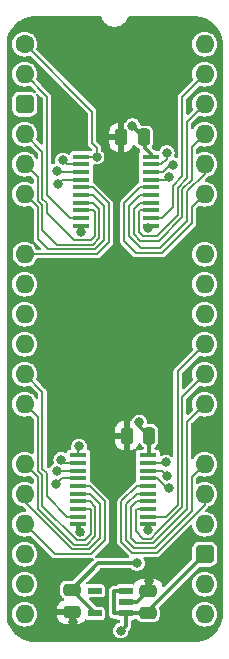
<source format=gtl>
%TF.GenerationSoftware,KiCad,Pcbnew,8.0.4*%
%TF.CreationDate,2024-08-15T20:31:46+02:00*%
%TF.ProjectId,D Flip Flop 16bit,4420466c-6970-4204-966c-6f7020313662,V0*%
%TF.SameCoordinates,PX54c81a0PY37b6b20*%
%TF.FileFunction,Copper,L1,Top*%
%TF.FilePolarity,Positive*%
%FSLAX46Y46*%
G04 Gerber Fmt 4.6, Leading zero omitted, Abs format (unit mm)*
G04 Created by KiCad (PCBNEW 8.0.4) date 2024-08-15 20:31:46*
%MOMM*%
%LPD*%
G01*
G04 APERTURE LIST*
G04 Aperture macros list*
%AMRoundRect*
0 Rectangle with rounded corners*
0 $1 Rounding radius*
0 $2 $3 $4 $5 $6 $7 $8 $9 X,Y pos of 4 corners*
0 Add a 4 corners polygon primitive as box body*
4,1,4,$2,$3,$4,$5,$6,$7,$8,$9,$2,$3,0*
0 Add four circle primitives for the rounded corners*
1,1,$1+$1,$2,$3*
1,1,$1+$1,$4,$5*
1,1,$1+$1,$6,$7*
1,1,$1+$1,$8,$9*
0 Add four rect primitives between the rounded corners*
20,1,$1+$1,$2,$3,$4,$5,0*
20,1,$1+$1,$4,$5,$6,$7,0*
20,1,$1+$1,$6,$7,$8,$9,0*
20,1,$1+$1,$8,$9,$2,$3,0*%
G04 Aperture macros list end*
%TA.AperFunction,SMDPad,CuDef*%
%ADD10R,1.475000X0.450000*%
%TD*%
%TA.AperFunction,SMDPad,CuDef*%
%ADD11RoundRect,0.250000X0.250000X0.475000X-0.250000X0.475000X-0.250000X-0.475000X0.250000X-0.475000X0*%
%TD*%
%TA.AperFunction,SMDPad,CuDef*%
%ADD12RoundRect,0.250000X-0.475000X0.250000X-0.475000X-0.250000X0.475000X-0.250000X0.475000X0.250000X0*%
%TD*%
%TA.AperFunction,SMDPad,CuDef*%
%ADD13RoundRect,0.250000X0.475000X-0.250000X0.475000X0.250000X-0.475000X0.250000X-0.475000X-0.250000X0*%
%TD*%
%TA.AperFunction,ComponentPad*%
%ADD14C,1.600000*%
%TD*%
%TA.AperFunction,ComponentPad*%
%ADD15O,1.600000X1.600000*%
%TD*%
%TA.AperFunction,ComponentPad*%
%ADD16RoundRect,0.400000X-0.400000X-0.400000X0.400000X-0.400000X0.400000X0.400000X-0.400000X0.400000X0*%
%TD*%
%TA.AperFunction,ComponentPad*%
%ADD17R,1.600000X1.600000*%
%TD*%
%TA.AperFunction,SMDPad,CuDef*%
%ADD18R,1.150000X0.600000*%
%TD*%
%TA.AperFunction,ViaPad*%
%ADD19C,0.800000*%
%TD*%
%TA.AperFunction,Conductor*%
%ADD20C,0.380000*%
%TD*%
%TA.AperFunction,Conductor*%
%ADD21C,0.200000*%
%TD*%
G04 APERTURE END LIST*
D10*
%TO.P,IC1,1,~{OE}*%
%TO.N,~{OE}*%
X4555000Y-34794000D03*
%TO.P,IC1,2,D0*%
%TO.N,C0*%
X4555000Y-35444000D03*
%TO.P,IC1,3,D1*%
%TO.N,C1*%
X4555000Y-36094000D03*
%TO.P,IC1,4,D2*%
%TO.N,C2*%
X4555000Y-36744000D03*
%TO.P,IC1,5,D3*%
%TO.N,C3*%
X4555000Y-37394000D03*
%TO.P,IC1,6,D4*%
%TO.N,C4*%
X4555000Y-38044000D03*
%TO.P,IC1,7,D5*%
%TO.N,C5*%
X4555000Y-38694000D03*
%TO.P,IC1,8,D6*%
%TO.N,C6*%
X4555000Y-39344000D03*
%TO.P,IC1,9,D7*%
%TO.N,C7*%
X4555000Y-39994000D03*
%TO.P,IC1,10,GND*%
%TO.N,GND*%
X4555000Y-40644000D03*
%TO.P,IC1,11,CP*%
%TO.N,CLK*%
X10431000Y-40644000D03*
%TO.P,IC1,12,Q7*%
%TO.N,VA7*%
X10431000Y-39994000D03*
%TO.P,IC1,13,Q6*%
%TO.N,VA6*%
X10431000Y-39344000D03*
%TO.P,IC1,14,Q5*%
%TO.N,VA5*%
X10431000Y-38694000D03*
%TO.P,IC1,15,Q4*%
%TO.N,VA4*%
X10431000Y-38044000D03*
%TO.P,IC1,16,Q3*%
%TO.N,VA3*%
X10431000Y-37394000D03*
%TO.P,IC1,17,Q2*%
%TO.N,VA2*%
X10431000Y-36744000D03*
%TO.P,IC1,18,Q1*%
%TO.N,VA1*%
X10431000Y-36094000D03*
%TO.P,IC1,19,Q0*%
%TO.N,VA0*%
X10431000Y-35444000D03*
%TO.P,IC1,20,3V*%
%TO.N,/3.3V*%
X10431000Y-34794000D03*
%TD*%
D11*
%TO.P,C2,1*%
%TO.N,/3.3V*%
X10078000Y-7874000D03*
%TO.P,C2,2*%
%TO.N,GND*%
X8178000Y-7874000D03*
%TD*%
D10*
%TO.P,IC2,1,~{OE}*%
%TO.N,~{OE}*%
X4809000Y-9521000D03*
%TO.P,IC2,2,D0*%
%TO.N,C8*%
X4809000Y-10171000D03*
%TO.P,IC2,3,D1*%
%TO.N,C9*%
X4809000Y-10821000D03*
%TO.P,IC2,4,D2*%
%TO.N,C10*%
X4809000Y-11471000D03*
%TO.P,IC2,5,D3*%
%TO.N,C11*%
X4809000Y-12121000D03*
%TO.P,IC2,6,D4*%
%TO.N,C12*%
X4809000Y-12771000D03*
%TO.P,IC2,7,D5*%
%TO.N,C13*%
X4809000Y-13421000D03*
%TO.P,IC2,8,D6*%
%TO.N,C14*%
X4809000Y-14071000D03*
%TO.P,IC2,9,D7*%
%TO.N,C15*%
X4809000Y-14721000D03*
%TO.P,IC2,10,GND*%
%TO.N,GND*%
X4809000Y-15371000D03*
%TO.P,IC2,11,CP*%
%TO.N,CLK*%
X10685000Y-15371000D03*
%TO.P,IC2,12,Q7*%
%TO.N,VA15*%
X10685000Y-14721000D03*
%TO.P,IC2,13,Q6*%
%TO.N,VA14*%
X10685000Y-14071000D03*
%TO.P,IC2,14,Q5*%
%TO.N,VA13*%
X10685000Y-13421000D03*
%TO.P,IC2,15,Q4*%
%TO.N,VA12*%
X10685000Y-12771000D03*
%TO.P,IC2,16,Q3*%
%TO.N,VA11*%
X10685000Y-12121000D03*
%TO.P,IC2,17,Q2*%
%TO.N,VA10*%
X10685000Y-11471000D03*
%TO.P,IC2,18,Q1*%
%TO.N,VA9*%
X10685000Y-10821000D03*
%TO.P,IC2,19,Q0*%
%TO.N,VA8*%
X10685000Y-10171000D03*
%TO.P,IC2,20,3V*%
%TO.N,/3.3V*%
X10685000Y-9521000D03*
%TD*%
D11*
%TO.P,C1,1*%
%TO.N,/3.3V*%
X10547000Y-33147000D03*
%TO.P,C1,2*%
%TO.N,GND*%
X8647000Y-33147000D03*
%TD*%
D12*
%TO.P,C9,1*%
%TO.N,/3.3V*%
X3967000Y-46183000D03*
%TO.P,C9,2*%
%TO.N,GND*%
X3967000Y-48083000D03*
%TD*%
D13*
%TO.P,C8,1*%
%TO.N,5V*%
X10444000Y-48178000D03*
%TO.P,C8,2*%
%TO.N,GND*%
X10444000Y-46278000D03*
%TD*%
D14*
%TO.P,J2,1,Pin_1*%
%TO.N,~{OE}*%
X0Y0D03*
D15*
%TO.P,J2,2,Pin_2*%
%TO.N,C15*%
X0Y-2540000D03*
D16*
%TO.P,J2,3,Pin_3*%
%TO.N,5V*%
X0Y-5080000D03*
D15*
%TO.P,J2,4,Pin_4*%
%TO.N,C14*%
X0Y-7620000D03*
%TO.P,J2,5,Pin_5*%
%TO.N,C13*%
X0Y-10160000D03*
%TO.P,J2,6,Pin_6*%
%TO.N,C12*%
X0Y-12700000D03*
D17*
%TO.P,J2,7,Pin_7*%
%TO.N,GND*%
X0Y-15240000D03*
D15*
%TO.P,J2,8,Pin_8*%
%TO.N,C11*%
X0Y-17780000D03*
%TO.P,J2,9,Pin_9*%
%TO.N,C10*%
X0Y-20320000D03*
%TO.P,J2,10,Pin_10*%
%TO.N,C9*%
X0Y-22860000D03*
%TO.P,J2,11,Pin_11*%
%TO.N,C8*%
X0Y-25400000D03*
%TO.P,J2,12,Pin_12*%
%TO.N,C7*%
X0Y-27940000D03*
%TO.P,J2,13,Pin_13*%
%TO.N,C6*%
X0Y-30480000D03*
D17*
%TO.P,J2,14,Pin_14*%
%TO.N,GND*%
X0Y-33020000D03*
D15*
%TO.P,J2,15,Pin_15*%
%TO.N,C5*%
X0Y-35560000D03*
%TO.P,J2,16,Pin_16*%
%TO.N,C4*%
X0Y-38100000D03*
%TO.P,J2,17,Pin_17*%
%TO.N,C3*%
X0Y-40640000D03*
%TO.P,J2,18,Pin_18*%
%TO.N,C2*%
X0Y-43180000D03*
%TO.P,J2,19,Pin_19*%
%TO.N,C1*%
X0Y-45720000D03*
%TO.P,J2,20,Pin_20*%
%TO.N,C0*%
X0Y-48260000D03*
%TO.P,J2,21,Pin_21*%
%TO.N,VA0*%
X15240000Y-48260000D03*
%TO.P,J2,22,Pin_22*%
%TO.N,VA1*%
X15240000Y-45720000D03*
D16*
%TO.P,J2,23,Pin_23*%
%TO.N,5V*%
X15240000Y-43180000D03*
D15*
%TO.P,J2,24,Pin_24*%
%TO.N,VA2*%
X15240000Y-40640000D03*
%TO.P,J2,25,Pin_25*%
%TO.N,VA3*%
X15240000Y-38100000D03*
%TO.P,J2,26,Pin_26*%
%TO.N,VA4*%
X15240000Y-35560000D03*
D17*
%TO.P,J2,27,Pin_27*%
%TO.N,GND*%
X15240000Y-33020000D03*
D15*
%TO.P,J2,28,Pin_28*%
%TO.N,VA5*%
X15240000Y-30480000D03*
%TO.P,J2,29,Pin_29*%
%TO.N,VA6*%
X15240000Y-27940000D03*
%TO.P,J2,30,Pin_30*%
%TO.N,VA7*%
X15240000Y-25400000D03*
%TO.P,J2,31,Pin_31*%
%TO.N,VA8*%
X15240000Y-22860000D03*
%TO.P,J2,32,Pin_32*%
%TO.N,VA9*%
X15240000Y-20320000D03*
%TO.P,J2,33,Pin_33*%
%TO.N,VA10*%
X15240000Y-17780000D03*
D17*
%TO.P,J2,34,Pin_34*%
%TO.N,GND*%
X15240000Y-15240000D03*
D15*
%TO.P,J2,35,Pin_35*%
%TO.N,VA11*%
X15240000Y-12700000D03*
%TO.P,J2,36,Pin_36*%
%TO.N,VA12*%
X15240000Y-10160000D03*
%TO.P,J2,37,Pin_37*%
%TO.N,VA13*%
X15240000Y-7620000D03*
%TO.P,J2,38,Pin_38*%
%TO.N,VA14*%
X15240000Y-5080000D03*
%TO.P,J2,39,Pin_39*%
%TO.N,VA15*%
X15240000Y-2540000D03*
%TO.P,J2,40,Pin_40*%
%TO.N,CLK*%
X15240000Y0D03*
%TD*%
D18*
%TO.P,IC5,1,6VIn*%
%TO.N,5V*%
X8539000Y-48194000D03*
%TO.P,IC5,2,GND*%
%TO.N,GND*%
X8539000Y-47244000D03*
%TO.P,IC5,3,EN*%
%TO.N,5V*%
X8539000Y-46294000D03*
%TO.P,IC5,4,ADJ*%
%TO.N,unconnected-(IC5-ADJ-Pad4)*%
X5939000Y-46294000D03*
%TO.P,IC5,5,3.3VOut*%
%TO.N,/3.3V*%
X5939000Y-48194000D03*
%TD*%
D19*
%TO.N,5V*%
X8128000Y-49657000D03*
%TO.N,GND*%
X4064004Y-48895000D03*
X12065000Y-33020000D03*
X6477000Y-7874000D03*
X4699000Y-41275000D03*
X4761000Y-15880000D03*
X3810000Y-33147000D03*
X4761000Y-19050000D03*
X10541000Y-45466000D03*
%TO.N,/3.3V*%
X9122994Y-6910498D03*
X9703996Y-32003994D03*
X9525000Y-43942000D03*
%TO.N,~{OE}*%
X4600008Y-34036000D03*
X6096000Y-9524992D03*
%TO.N,C0*%
X3092028Y-35179467D03*
%TO.N,C1*%
X2750498Y-36119341D03*
%TO.N,C2*%
X2667006Y-37211000D03*
%TO.N,CLK*%
X10457000Y-15556000D03*
X10403996Y-41137996D03*
%TO.N,VA2*%
X12240000Y-37557819D03*
%TO.N,VA1*%
X12081605Y-36531204D03*
%TO.N,VA0*%
X11942865Y-35403060D03*
%TO.N,C8*%
X3238500Y-9842500D03*
%TO.N,C9*%
X2767048Y-10724395D03*
%TO.N,C10*%
X2794000Y-11811000D03*
%TO.N,VA10*%
X12234559Y-11286490D03*
%TO.N,VA9*%
X12516019Y-10195597D03*
%TO.N,VA8*%
X12036662Y-9200682D03*
%TD*%
D20*
%TO.N,5V*%
X8539000Y-49246000D02*
X8128000Y-49657000D01*
X7584000Y-46294000D02*
X7574000Y-46304000D01*
X7574000Y-48184000D02*
X7584000Y-48194000D01*
X7574000Y-46304000D02*
X7574000Y-48184000D01*
X10444000Y-48178000D02*
X8555000Y-48178000D01*
X7584000Y-48194000D02*
X8539000Y-48194000D01*
X8539000Y-48194000D02*
X8539000Y-49246000D01*
X8539000Y-46294000D02*
X7584000Y-46294000D01*
X10444000Y-47976000D02*
X15240000Y-43180000D01*
%TO.N,GND*%
X8912000Y-31115000D02*
X8647000Y-31380000D01*
X3967000Y-48797996D02*
X4064004Y-48895000D01*
X-1190000Y-16430000D02*
X-1190000Y-18272915D01*
X11430000Y-19050000D02*
X4761000Y-19050000D01*
X8647000Y-31380000D02*
X8647000Y-33147000D01*
X3967000Y-48083000D02*
X3967000Y-48797996D01*
X9478000Y-47244000D02*
X10444000Y-46278000D01*
X4555000Y-41131000D02*
X4699000Y-41275000D01*
X0Y-15240000D02*
X-1190000Y-16430000D01*
X8539000Y-47244000D02*
X9478000Y-47244000D01*
X8647000Y-33147000D02*
X3810000Y-33147000D01*
X10444000Y-46278000D02*
X10444000Y-45563000D01*
X4809000Y-15371000D02*
X4809000Y-15832000D01*
X4555000Y-40644000D02*
X4555000Y-41131000D01*
X4809000Y-15832000D02*
X4761000Y-15880000D01*
X-1190000Y-18272915D02*
X-412915Y-19050000D01*
X-412915Y-19050000D02*
X4761000Y-19050000D01*
X8178000Y-7874000D02*
X6477000Y-7874000D01*
X10160000Y-31115000D02*
X8912000Y-31115000D01*
X10444000Y-45563000D02*
X10541000Y-45466000D01*
X12065000Y-33020000D02*
X10160000Y-31115000D01*
X15240000Y-15240000D02*
X11430000Y-19050000D01*
%TO.N,/3.3V*%
X10160000Y-8752500D02*
X10160000Y-7956000D01*
X9122994Y-6918994D02*
X10078000Y-7874000D01*
X10547000Y-33147000D02*
X9703996Y-32303996D01*
X3967000Y-46183000D02*
X6208000Y-43942000D01*
X9703996Y-32303996D02*
X9703996Y-32003994D01*
X5939000Y-48155000D02*
X3967000Y-46183000D01*
X10685000Y-9521000D02*
X10685000Y-9277500D01*
X9122994Y-6910498D02*
X9122994Y-6918994D01*
X10547000Y-33147000D02*
X10547000Y-34678000D01*
X10685000Y-9277500D02*
X10160000Y-8752500D01*
X6208000Y-43942000D02*
X9525000Y-43942000D01*
X10547000Y-34678000D02*
X10431000Y-34794000D01*
D21*
%TO.N,~{OE}*%
X6096000Y-8763000D02*
X6096000Y-9524992D01*
X4555000Y-34794000D02*
X4555000Y-34081008D01*
X4555000Y-34081008D02*
X4600008Y-34036000D01*
X5714998Y-5714998D02*
X5714998Y-8381998D01*
X4809000Y-9521000D02*
X6092008Y-9521000D01*
X0Y0D02*
X5714998Y-5714998D01*
X5714998Y-8381998D02*
X6096000Y-8763000D01*
X6092008Y-9521000D02*
X6096000Y-9524992D01*
%TO.N,C0*%
X3356561Y-35444000D02*
X3092028Y-35179467D01*
X4555000Y-35444000D02*
X3356561Y-35444000D01*
%TO.N,C1*%
X2775839Y-36094000D02*
X2750498Y-36119341D01*
X4555000Y-36094000D02*
X2775839Y-36094000D01*
%TO.N,C2*%
X3134006Y-36744000D02*
X2667006Y-37211000D01*
X4555000Y-36744000D02*
X3134006Y-36744000D01*
%TO.N,C3*%
X2534999Y-43174999D02*
X0Y-40640000D01*
X6792499Y-41975500D02*
X5593000Y-43174999D01*
X6792499Y-38693999D02*
X6792499Y-41975500D01*
X5593000Y-43174999D02*
X2534999Y-43174999D01*
X4555000Y-37394000D02*
X5492500Y-37394000D01*
X5492500Y-37394000D02*
X6792499Y-38693999D01*
%TO.N,C4*%
X5427313Y-42775000D02*
X3992130Y-42775000D01*
X4555000Y-38044000D02*
X5492500Y-38044000D01*
X5492500Y-38044000D02*
X6392500Y-38944000D01*
X3992130Y-42775000D02*
X0Y-38782870D01*
X6392500Y-38944000D02*
X6392499Y-41809814D01*
X6392499Y-41809814D02*
X5427313Y-42775000D01*
%TO.N,C5*%
X1100000Y-36660000D02*
X0Y-35560000D01*
X4555000Y-38694000D02*
X5492500Y-38694000D01*
X5492500Y-38694000D02*
X5992500Y-39194000D01*
X1100000Y-39317185D02*
X1100000Y-36660000D01*
X4157815Y-42375000D02*
X1100000Y-39317185D01*
X5992500Y-39194000D02*
X5992500Y-41644128D01*
X5992500Y-41644128D02*
X5261628Y-42375000D01*
X5261628Y-42375000D02*
X4157815Y-42375000D01*
%TO.N,C6*%
X5492500Y-39344000D02*
X4555000Y-39344000D01*
X5095942Y-41975000D02*
X5592500Y-41478442D01*
X5592500Y-39444000D02*
X5492500Y-39344000D01*
X5592500Y-41478442D02*
X5592500Y-39444000D01*
X1500000Y-36494315D02*
X1500000Y-39065950D01*
X1100000Y-36094313D02*
X1500000Y-36494315D01*
X1500000Y-39065950D02*
X4409050Y-41975000D01*
X4409050Y-41975000D02*
X5095942Y-41975000D01*
X1100000Y-31580000D02*
X1100000Y-36094313D01*
X0Y-30480000D02*
X1100000Y-31580000D01*
%TO.N,C7*%
X1500000Y-29440000D02*
X0Y-27940000D01*
X1900000Y-38276500D02*
X1900000Y-36328628D01*
X1500000Y-35928628D02*
X1500000Y-29440000D01*
X4555000Y-39994000D02*
X3617500Y-39994000D01*
X1900000Y-36328628D02*
X1500000Y-35928628D01*
X3617500Y-39994000D02*
X1900000Y-38276500D01*
%TO.N,CLK*%
X10685000Y-15371000D02*
X10500000Y-15556000D01*
X10431000Y-40644000D02*
X10431000Y-41110992D01*
X10500000Y-15556000D02*
X10457000Y-15556000D01*
X10431000Y-41110992D02*
X10403996Y-41137996D01*
%TO.N,VA7*%
X12940000Y-39003000D02*
X12940000Y-27700000D01*
X12940000Y-27700000D02*
X15240000Y-25400000D01*
X10431000Y-39994000D02*
X11948999Y-39994000D01*
X11948999Y-39994000D02*
X12940000Y-39003000D01*
%TO.N,VA6*%
X10002050Y-41853000D02*
X10678942Y-41853000D01*
X10431000Y-39344000D02*
X9493500Y-39344000D01*
X10678942Y-41853000D02*
X11241000Y-41290942D01*
X9393500Y-39444000D02*
X9393500Y-41244450D01*
X11241000Y-41290942D02*
X11241000Y-41267684D01*
X9393500Y-41244450D02*
X10002050Y-41853000D01*
X11241000Y-41267684D02*
X13340000Y-39168685D01*
X13340000Y-39168685D02*
X13340000Y-29840000D01*
X9493500Y-39344000D02*
X9393500Y-39444000D01*
X13340000Y-29840000D02*
X15240000Y-27940000D01*
%TO.N,VA5*%
X9493500Y-38694000D02*
X8993500Y-39194000D01*
X11641000Y-41433370D02*
X13740000Y-39334370D01*
X11641000Y-41456628D02*
X11641000Y-41433370D01*
X8993500Y-41817185D02*
X9429314Y-42253000D01*
X10844628Y-42253000D02*
X11641000Y-41456628D01*
X9429314Y-42253000D02*
X10844628Y-42253000D01*
X8993500Y-39194000D02*
X8993500Y-41817185D01*
X13740000Y-31980000D02*
X15240000Y-30480000D01*
X13740000Y-39334370D02*
X13740000Y-31980000D01*
X10431000Y-38694000D02*
X9493500Y-38694000D01*
%TO.N,VA4*%
X15240000Y-35560000D02*
X14140000Y-36660000D01*
X9263629Y-42653000D02*
X8593500Y-41982871D01*
X12041000Y-41622314D02*
X11010314Y-42653000D01*
X12041000Y-41599056D02*
X12041000Y-41622314D01*
X9493500Y-38044000D02*
X10431000Y-38044000D01*
X14140000Y-39500056D02*
X12041000Y-41599056D01*
X14140000Y-36660000D02*
X14140000Y-39500056D01*
X8593500Y-38944000D02*
X9493500Y-38044000D01*
X8593500Y-41982871D02*
X8593500Y-38944000D01*
X11010314Y-42653000D02*
X9263629Y-42653000D01*
%TO.N,VA3*%
X9097944Y-43053000D02*
X11176000Y-43053000D01*
X9493500Y-37394000D02*
X8193500Y-38694000D01*
X11176000Y-43053000D02*
X15240000Y-38989000D01*
X8193501Y-42148557D02*
X9097944Y-43053000D01*
X8193500Y-38694000D02*
X8193501Y-42148557D01*
X15240000Y-38989000D02*
X15240000Y-38100000D01*
X10431000Y-37394000D02*
X9493500Y-37394000D01*
%TO.N,VA2*%
X12056869Y-37557819D02*
X12240000Y-37557819D01*
X10431000Y-36744000D02*
X11243050Y-36744000D01*
X11243050Y-36744000D02*
X12056869Y-37557819D01*
%TO.N,VA1*%
X11644401Y-36094000D02*
X12081605Y-36531204D01*
X10431000Y-36094000D02*
X11644401Y-36094000D01*
%TO.N,VA0*%
X10431000Y-35444000D02*
X11901925Y-35444000D01*
X11901925Y-35444000D02*
X11942865Y-35403060D01*
%TO.N,C8*%
X4809000Y-10171000D02*
X3567000Y-10171000D01*
X3567000Y-10171000D02*
X3238500Y-9842500D01*
%TO.N,C9*%
X2863653Y-10821000D02*
X2767048Y-10724395D01*
X4809000Y-10821000D02*
X2863653Y-10821000D01*
%TO.N,C10*%
X3134000Y-11471000D02*
X2794000Y-11811000D01*
X4809000Y-11471000D02*
X3134000Y-11471000D01*
%TO.N,C11*%
X7112000Y-13486500D02*
X7112000Y-16764000D01*
X7112000Y-16764000D02*
X6096000Y-17780000D01*
X5746500Y-12121000D02*
X7112000Y-13486500D01*
X6096000Y-17780000D02*
X0Y-17780000D01*
X4809000Y-12121000D02*
X5746500Y-12121000D01*
%TO.N,C12*%
X1100000Y-13800000D02*
X0Y-12700000D01*
X5746500Y-12771000D02*
X6712000Y-13736500D01*
X1100000Y-16467000D02*
X1100000Y-13800000D01*
X4809000Y-12771000D02*
X5746500Y-12771000D01*
X5930314Y-17380000D02*
X2013000Y-17380000D01*
X6712000Y-16598314D02*
X5930314Y-17380000D01*
X2013000Y-17380000D02*
X1100000Y-16467000D01*
X6712000Y-13736500D02*
X6712000Y-16598314D01*
%TO.N,C13*%
X1100000Y-11260000D02*
X0Y-10160000D01*
X5746500Y-13421000D02*
X6312000Y-13986500D01*
X5764628Y-16980000D02*
X2756000Y-16980000D01*
X6312000Y-16432628D02*
X5764628Y-16980000D01*
X4809000Y-13421000D02*
X5746500Y-13421000D01*
X1500000Y-15724000D02*
X1500000Y-13634314D01*
X6312000Y-13986500D02*
X6312000Y-16432628D01*
X1500000Y-13634314D02*
X1100000Y-13234314D01*
X1100000Y-13234314D02*
X1100000Y-11260000D01*
X2756000Y-16980000D02*
X1500000Y-15724000D01*
%TO.N,C14*%
X5746500Y-14071000D02*
X5912000Y-14236500D01*
X1500000Y-13068628D02*
X1500000Y-9120000D01*
X5912000Y-14236500D02*
X5912000Y-16266942D01*
X5598942Y-16580000D02*
X4191686Y-16580000D01*
X1500000Y-9120000D02*
X0Y-7620000D01*
X1900000Y-14288314D02*
X1900000Y-13468628D01*
X5912000Y-16266942D02*
X5598942Y-16580000D01*
X4809000Y-14071000D02*
X5746500Y-14071000D01*
X4191686Y-16580000D02*
X1900000Y-14288314D01*
X1900000Y-13468628D02*
X1500000Y-13068628D01*
%TO.N,C15*%
X1900000Y-12749500D02*
X1900000Y-4440000D01*
X1900000Y-4440000D02*
X0Y-2540000D01*
X4809000Y-14721000D02*
X3871500Y-14721000D01*
X3871500Y-14721000D02*
X1900000Y-12749500D01*
%TO.N,VA15*%
X12540000Y-11970999D02*
X13335000Y-11176000D01*
X13335000Y-4445000D02*
X15240000Y-2540000D01*
X13335000Y-11176000D02*
X13335000Y-4445000D01*
X10685000Y-14721000D02*
X11622500Y-14721000D01*
X11622500Y-14721000D02*
X12540000Y-13803500D01*
X12540000Y-13803500D02*
X12540000Y-11970999D01*
%TO.N,VA14*%
X12940000Y-14503630D02*
X12940000Y-12136685D01*
X9747500Y-14071000D02*
X9647500Y-14171000D01*
X9647500Y-14171000D02*
X9647500Y-15870500D01*
X13735000Y-11341685D02*
X13735000Y-6585000D01*
X9647500Y-15870500D02*
X10033000Y-16256000D01*
X12940000Y-12136685D02*
X13735000Y-11341685D01*
X10685000Y-14071000D02*
X9747500Y-14071000D01*
X11187629Y-16256000D02*
X12940000Y-14503630D01*
X13735000Y-6585000D02*
X15240000Y-5080000D01*
X10033000Y-16256000D02*
X11187629Y-16256000D01*
%TO.N,VA13*%
X13340000Y-14669315D02*
X13340000Y-12302371D01*
X13340000Y-12302371D02*
X14135000Y-11507370D01*
X14135000Y-8725000D02*
X15240000Y-7620000D01*
X9798000Y-16656000D02*
X11353315Y-16656000D01*
X9247500Y-16105500D02*
X9798000Y-16656000D01*
X10685000Y-13421000D02*
X9747500Y-13421000D01*
X9247500Y-13921000D02*
X9247500Y-16105500D01*
X9747500Y-13421000D02*
X9247500Y-13921000D01*
X11353315Y-16656000D02*
X13340000Y-14669315D01*
X14135000Y-11507370D02*
X14135000Y-8725000D01*
%TO.N,VA12*%
X15240000Y-10968057D02*
X15240000Y-10160000D01*
X8847500Y-13671000D02*
X8847500Y-16271186D01*
X9829314Y-17253000D02*
X11449000Y-17253000D01*
X13740000Y-12468057D02*
X15240000Y-10968057D01*
X11449000Y-17253000D02*
X13740000Y-14962000D01*
X8847500Y-16271186D02*
X9829314Y-17253000D01*
X10685000Y-12771000D02*
X9747500Y-12771000D01*
X9747500Y-12771000D02*
X8847500Y-13671000D01*
X13740000Y-14962000D02*
X13740000Y-12468057D01*
%TO.N,VA11*%
X9398000Y-17653000D02*
X11662555Y-17653000D01*
X14140000Y-15175555D02*
X14140000Y-13800000D01*
X8447500Y-16702500D02*
X9398000Y-17653000D01*
X8447500Y-13421000D02*
X8447500Y-16702500D01*
X14140000Y-13800000D02*
X15240000Y-12700000D01*
X9747500Y-12121000D02*
X8447500Y-13421000D01*
X11662555Y-17653000D02*
X14140000Y-15175555D01*
X10685000Y-12121000D02*
X9747500Y-12121000D01*
%TO.N,VA10*%
X10685000Y-11471000D02*
X12050049Y-11471000D01*
X12050049Y-11471000D02*
X12234559Y-11286490D01*
%TO.N,VA9*%
X11684050Y-10821000D02*
X12309453Y-10195597D01*
X12309453Y-10195597D02*
X12516019Y-10195597D01*
X10685000Y-10821000D02*
X11684050Y-10821000D01*
%TO.N,VA8*%
X12036662Y-9685004D02*
X12036662Y-9200682D01*
X10685000Y-10171000D02*
X11550666Y-10171000D01*
X11550666Y-10171000D02*
X12036662Y-9685004D01*
%TD*%
%TA.AperFunction,Conductor*%
%TO.N,GND*%
G36*
X14348938Y2363257D02*
G01*
X14349201Y2363233D01*
X14360100Y2363233D01*
X14400525Y2363233D01*
X14408010Y2363007D01*
X14681647Y2346459D01*
X14696505Y2344655D01*
X14962460Y2295920D01*
X14976981Y2292341D01*
X15235136Y2211899D01*
X15249133Y2206590D01*
X15495692Y2095627D01*
X15508951Y2088668D01*
X15740336Y1948793D01*
X15752659Y1940287D01*
X15965490Y1773547D01*
X15976699Y1763618D01*
X16167894Y1572426D01*
X16177823Y1561218D01*
X16344568Y1348386D01*
X16353075Y1336062D01*
X16492955Y1104674D01*
X16499913Y1091416D01*
X16610881Y844860D01*
X16616191Y830858D01*
X16696627Y572730D01*
X16700211Y558192D01*
X16748949Y292238D01*
X16750754Y277373D01*
X16767273Y4301D01*
X16767499Y-3186D01*
X16767500Y-48215830D01*
X16767500Y-48256249D01*
X16767274Y-48263737D01*
X16750721Y-48537369D01*
X16748916Y-48552232D01*
X16700180Y-48818178D01*
X16696596Y-48832718D01*
X16616158Y-49090851D01*
X16610848Y-49104852D01*
X16499885Y-49351399D01*
X16492927Y-49364657D01*
X16353050Y-49596039D01*
X16344543Y-49608363D01*
X16177799Y-49821194D01*
X16167870Y-49832402D01*
X15976682Y-50023588D01*
X15965474Y-50033517D01*
X15752637Y-50200262D01*
X15740313Y-50208768D01*
X15508937Y-50348637D01*
X15495678Y-50355596D01*
X15249125Y-50466557D01*
X15235124Y-50471867D01*
X14976982Y-50552305D01*
X14962443Y-50555888D01*
X14696505Y-50604620D01*
X14681641Y-50606425D01*
X14433129Y-50621454D01*
X14407477Y-50623006D01*
X14399994Y-50623232D01*
X13843000Y-50623232D01*
X13843000Y-48260000D01*
X14184417Y-48260000D01*
X14204699Y-48465932D01*
X14204700Y-48465934D01*
X14264768Y-48663954D01*
X14362315Y-48846450D01*
X14362317Y-48846452D01*
X14493589Y-49006410D01*
X14590209Y-49085702D01*
X14653550Y-49137685D01*
X14836046Y-49235232D01*
X15034066Y-49295300D01*
X15034065Y-49295300D01*
X15052529Y-49297118D01*
X15240000Y-49315583D01*
X15445934Y-49295300D01*
X15643954Y-49235232D01*
X15826450Y-49137685D01*
X15986410Y-49006410D01*
X16117685Y-48846450D01*
X16215232Y-48663954D01*
X16275300Y-48465934D01*
X16295583Y-48260000D01*
X16275300Y-48054066D01*
X16215232Y-47856046D01*
X16117685Y-47673550D01*
X16065702Y-47610209D01*
X15986410Y-47513589D01*
X15826452Y-47382317D01*
X15826453Y-47382317D01*
X15826450Y-47382315D01*
X15643954Y-47284768D01*
X15445934Y-47224700D01*
X15445932Y-47224699D01*
X15445934Y-47224699D01*
X15240000Y-47204417D01*
X15034067Y-47224699D01*
X14836043Y-47284769D01*
X14725898Y-47343643D01*
X14653550Y-47382315D01*
X14653548Y-47382316D01*
X14653547Y-47382317D01*
X14493589Y-47513589D01*
X14362317Y-47673547D01*
X14264769Y-47856043D01*
X14204699Y-48054067D01*
X14184417Y-48260000D01*
X13843000Y-48260000D01*
X13843000Y-45720000D01*
X14184417Y-45720000D01*
X14204699Y-45925932D01*
X14204700Y-45925934D01*
X14264768Y-46123954D01*
X14362315Y-46306450D01*
X14362317Y-46306452D01*
X14493589Y-46466410D01*
X14590209Y-46545702D01*
X14653550Y-46597685D01*
X14836046Y-46695232D01*
X15034066Y-46755300D01*
X15034065Y-46755300D01*
X15052529Y-46757118D01*
X15240000Y-46775583D01*
X15445934Y-46755300D01*
X15643954Y-46695232D01*
X15826450Y-46597685D01*
X15986410Y-46466410D01*
X16117685Y-46306450D01*
X16215232Y-46123954D01*
X16275300Y-45925934D01*
X16295583Y-45720000D01*
X16275300Y-45514066D01*
X16215232Y-45316046D01*
X16117685Y-45133550D01*
X16065702Y-45070209D01*
X15986410Y-44973589D01*
X15826452Y-44842317D01*
X15826453Y-44842317D01*
X15826450Y-44842315D01*
X15643954Y-44744768D01*
X15445934Y-44684700D01*
X15445932Y-44684699D01*
X15445934Y-44684699D01*
X15240000Y-44664417D01*
X15034067Y-44684699D01*
X14836043Y-44744769D01*
X14725898Y-44803643D01*
X14653550Y-44842315D01*
X14653548Y-44842316D01*
X14653547Y-44842317D01*
X14493589Y-44973589D01*
X14362317Y-45133547D01*
X14264769Y-45316043D01*
X14204699Y-45514067D01*
X14184417Y-45720000D01*
X13843000Y-45720000D01*
X13843000Y-45199961D01*
X14776142Y-44266819D01*
X14837465Y-44233334D01*
X14863823Y-44230500D01*
X15705686Y-44230500D01*
X15705694Y-44230500D01*
X15742569Y-44227598D01*
X15742571Y-44227597D01*
X15742573Y-44227597D01*
X15784191Y-44215505D01*
X15900398Y-44181744D01*
X16041865Y-44098081D01*
X16158081Y-43981865D01*
X16241744Y-43840398D01*
X16287598Y-43682569D01*
X16290500Y-43645694D01*
X16290500Y-42714306D01*
X16287598Y-42677431D01*
X16241744Y-42519602D01*
X16158081Y-42378135D01*
X16158079Y-42378133D01*
X16158076Y-42378129D01*
X16041870Y-42261923D01*
X16041862Y-42261917D01*
X15900396Y-42178255D01*
X15900393Y-42178254D01*
X15742573Y-42132402D01*
X15742567Y-42132401D01*
X15705701Y-42129500D01*
X15705694Y-42129500D01*
X14774306Y-42129500D01*
X14774298Y-42129500D01*
X14737432Y-42132401D01*
X14737426Y-42132402D01*
X14579606Y-42178254D01*
X14579603Y-42178255D01*
X14438137Y-42261917D01*
X14438129Y-42261923D01*
X14321923Y-42378129D01*
X14321917Y-42378137D01*
X14238255Y-42519603D01*
X14238254Y-42519606D01*
X14192402Y-42677426D01*
X14192401Y-42677432D01*
X14189500Y-42714298D01*
X14189500Y-43556177D01*
X14169815Y-43623216D01*
X14153181Y-43643858D01*
X13843000Y-43954039D01*
X13843000Y-40881681D01*
X13990090Y-40734590D01*
X14051411Y-40701107D01*
X14121102Y-40706091D01*
X14177036Y-40747962D01*
X14201172Y-40810118D01*
X14204699Y-40845932D01*
X14204700Y-40845934D01*
X14264768Y-41043954D01*
X14362315Y-41226450D01*
X14362317Y-41226452D01*
X14493589Y-41386410D01*
X14590209Y-41465702D01*
X14653550Y-41517685D01*
X14836046Y-41615232D01*
X15034066Y-41675300D01*
X15034065Y-41675300D01*
X15052529Y-41677118D01*
X15240000Y-41695583D01*
X15445934Y-41675300D01*
X15643954Y-41615232D01*
X15826450Y-41517685D01*
X15986410Y-41386410D01*
X16117685Y-41226450D01*
X16215232Y-41043954D01*
X16275300Y-40845934D01*
X16295583Y-40640000D01*
X16275300Y-40434066D01*
X16215232Y-40236046D01*
X16117685Y-40053550D01*
X16065702Y-39990209D01*
X15986410Y-39893589D01*
X15826452Y-39762317D01*
X15826453Y-39762317D01*
X15826450Y-39762315D01*
X15643954Y-39664768D01*
X15544944Y-39634734D01*
X15445932Y-39604699D01*
X15410118Y-39601172D01*
X15345332Y-39575010D01*
X15304973Y-39517975D01*
X15301857Y-39448175D01*
X15334592Y-39390089D01*
X15520470Y-39204212D01*
X15560028Y-39135694D01*
X15610592Y-39087480D01*
X15631423Y-39079033D01*
X15643954Y-39075232D01*
X15826450Y-38977685D01*
X15986410Y-38846410D01*
X16117685Y-38686450D01*
X16215232Y-38503954D01*
X16275300Y-38305934D01*
X16295583Y-38100000D01*
X16275300Y-37894066D01*
X16215232Y-37696046D01*
X16117685Y-37513550D01*
X16065702Y-37450209D01*
X15986410Y-37353589D01*
X15868677Y-37256969D01*
X15826450Y-37222315D01*
X15643954Y-37124768D01*
X15445934Y-37064700D01*
X15445932Y-37064699D01*
X15445934Y-37064699D01*
X15240000Y-37044417D01*
X15034067Y-37064699D01*
X14836041Y-37124769D01*
X14672953Y-37211943D01*
X14604551Y-37226185D01*
X14539307Y-37201185D01*
X14497936Y-37144880D01*
X14490500Y-37102585D01*
X14490500Y-36856543D01*
X14510185Y-36789504D01*
X14526815Y-36768866D01*
X14725491Y-36570189D01*
X14786812Y-36536706D01*
X14849162Y-36539210D01*
X15034066Y-36595300D01*
X15034065Y-36595300D01*
X15052529Y-36597118D01*
X15240000Y-36615583D01*
X15445934Y-36595300D01*
X15643954Y-36535232D01*
X15826450Y-36437685D01*
X15986410Y-36306410D01*
X16117685Y-36146450D01*
X16215232Y-35963954D01*
X16275300Y-35765934D01*
X16295583Y-35560000D01*
X16275300Y-35354066D01*
X16215232Y-35156046D01*
X16117685Y-34973550D01*
X16065702Y-34910209D01*
X15986410Y-34813589D01*
X15826452Y-34682317D01*
X15826453Y-34682317D01*
X15826450Y-34682315D01*
X15643954Y-34584768D01*
X15445934Y-34524700D01*
X15445932Y-34524699D01*
X15445934Y-34524699D01*
X15240000Y-34504417D01*
X15034067Y-34524699D01*
X14836043Y-34584769D01*
X14725898Y-34643643D01*
X14653550Y-34682315D01*
X14653548Y-34682316D01*
X14653547Y-34682317D01*
X14493589Y-34813589D01*
X14362317Y-34973547D01*
X14323858Y-35045497D01*
X14274895Y-35095341D01*
X14206757Y-35110801D01*
X14141077Y-35086969D01*
X14098709Y-35031410D01*
X14090500Y-34987043D01*
X14090500Y-32176542D01*
X14110185Y-32109503D01*
X14126815Y-32088865D01*
X14725489Y-31490190D01*
X14786812Y-31456706D01*
X14849162Y-31459210D01*
X15034066Y-31515300D01*
X15034065Y-31515300D01*
X15052529Y-31517118D01*
X15240000Y-31535583D01*
X15445934Y-31515300D01*
X15643954Y-31455232D01*
X15826450Y-31357685D01*
X15986410Y-31226410D01*
X16117685Y-31066450D01*
X16215232Y-30883954D01*
X16275300Y-30685934D01*
X16295583Y-30480000D01*
X16275300Y-30274066D01*
X16215232Y-30076046D01*
X16117685Y-29893550D01*
X16035869Y-29793856D01*
X15986410Y-29733589D01*
X15868677Y-29636969D01*
X15826450Y-29602315D01*
X15643954Y-29504768D01*
X15445934Y-29444700D01*
X15445932Y-29444699D01*
X15445934Y-29444699D01*
X15240000Y-29424417D01*
X15034067Y-29444699D01*
X14836043Y-29504769D01*
X14725898Y-29563643D01*
X14653550Y-29602315D01*
X14653548Y-29602316D01*
X14653547Y-29602317D01*
X14493589Y-29733589D01*
X14362317Y-29893547D01*
X14264769Y-30076043D01*
X14204699Y-30274067D01*
X14184417Y-30480000D01*
X14204699Y-30685932D01*
X14260788Y-30870833D01*
X14261411Y-30940700D01*
X14229808Y-30994509D01*
X13902181Y-31322137D01*
X13843000Y-31354452D01*
X13843000Y-29832681D01*
X14725491Y-28950189D01*
X14786812Y-28916706D01*
X14849162Y-28919210D01*
X15034066Y-28975300D01*
X15034065Y-28975300D01*
X15052529Y-28977118D01*
X15240000Y-28995583D01*
X15445934Y-28975300D01*
X15643954Y-28915232D01*
X15826450Y-28817685D01*
X15986410Y-28686410D01*
X16117685Y-28526450D01*
X16215232Y-28343954D01*
X16275300Y-28145934D01*
X16295583Y-27940000D01*
X16275300Y-27734066D01*
X16215232Y-27536046D01*
X16117685Y-27353550D01*
X16065702Y-27290209D01*
X15986410Y-27193589D01*
X15826452Y-27062317D01*
X15826453Y-27062317D01*
X15826450Y-27062315D01*
X15643954Y-26964768D01*
X15445934Y-26904700D01*
X15445932Y-26904699D01*
X15445934Y-26904699D01*
X15240000Y-26884417D01*
X15034067Y-26904699D01*
X14836043Y-26964769D01*
X14725898Y-27023643D01*
X14653550Y-27062315D01*
X14653548Y-27062316D01*
X14653547Y-27062317D01*
X14493589Y-27193589D01*
X14362317Y-27353547D01*
X14264769Y-27536043D01*
X14204699Y-27734067D01*
X14184417Y-27940000D01*
X14204699Y-28145932D01*
X14260788Y-28330832D01*
X14261411Y-28400699D01*
X14229808Y-28454508D01*
X13843000Y-28841316D01*
X13843000Y-27292681D01*
X14725491Y-26410189D01*
X14786812Y-26376706D01*
X14849162Y-26379210D01*
X15034066Y-26435300D01*
X15034065Y-26435300D01*
X15052529Y-26437118D01*
X15240000Y-26455583D01*
X15445934Y-26435300D01*
X15643954Y-26375232D01*
X15826450Y-26277685D01*
X15986410Y-26146410D01*
X16117685Y-25986450D01*
X16215232Y-25803954D01*
X16275300Y-25605934D01*
X16295583Y-25400000D01*
X16275300Y-25194066D01*
X16215232Y-24996046D01*
X16117685Y-24813550D01*
X16065702Y-24750209D01*
X15986410Y-24653589D01*
X15826452Y-24522317D01*
X15826453Y-24522317D01*
X15826450Y-24522315D01*
X15643954Y-24424768D01*
X15445934Y-24364700D01*
X15445932Y-24364699D01*
X15445934Y-24364699D01*
X15240000Y-24344417D01*
X15034067Y-24364699D01*
X14836043Y-24424769D01*
X14725898Y-24483643D01*
X14653550Y-24522315D01*
X14653548Y-24522316D01*
X14653547Y-24522317D01*
X14493589Y-24653589D01*
X14362317Y-24813547D01*
X14264769Y-24996043D01*
X14204699Y-25194067D01*
X14184417Y-25400000D01*
X14204699Y-25605932D01*
X14260788Y-25790832D01*
X14261411Y-25860699D01*
X14229808Y-25914508D01*
X13843000Y-26301316D01*
X13843000Y-22860000D01*
X14184417Y-22860000D01*
X14204699Y-23065932D01*
X14204700Y-23065934D01*
X14264768Y-23263954D01*
X14362315Y-23446450D01*
X14362317Y-23446452D01*
X14493589Y-23606410D01*
X14590209Y-23685702D01*
X14653550Y-23737685D01*
X14836046Y-23835232D01*
X15034066Y-23895300D01*
X15034065Y-23895300D01*
X15052529Y-23897118D01*
X15240000Y-23915583D01*
X15445934Y-23895300D01*
X15643954Y-23835232D01*
X15826450Y-23737685D01*
X15986410Y-23606410D01*
X16117685Y-23446450D01*
X16215232Y-23263954D01*
X16275300Y-23065934D01*
X16295583Y-22860000D01*
X16275300Y-22654066D01*
X16215232Y-22456046D01*
X16117685Y-22273550D01*
X16065702Y-22210209D01*
X15986410Y-22113589D01*
X15826452Y-21982317D01*
X15826453Y-21982317D01*
X15826450Y-21982315D01*
X15643954Y-21884768D01*
X15445934Y-21824700D01*
X15445932Y-21824699D01*
X15445934Y-21824699D01*
X15240000Y-21804417D01*
X15034067Y-21824699D01*
X14836043Y-21884769D01*
X14725898Y-21943643D01*
X14653550Y-21982315D01*
X14653548Y-21982316D01*
X14653547Y-21982317D01*
X14493589Y-22113589D01*
X14362317Y-22273547D01*
X14264769Y-22456043D01*
X14204699Y-22654067D01*
X14184417Y-22860000D01*
X13843000Y-22860000D01*
X13843000Y-20320000D01*
X14184417Y-20320000D01*
X14204699Y-20525932D01*
X14204700Y-20525934D01*
X14264768Y-20723954D01*
X14362315Y-20906450D01*
X14362317Y-20906452D01*
X14493589Y-21066410D01*
X14590209Y-21145702D01*
X14653550Y-21197685D01*
X14836046Y-21295232D01*
X15034066Y-21355300D01*
X15034065Y-21355300D01*
X15052529Y-21357118D01*
X15240000Y-21375583D01*
X15445934Y-21355300D01*
X15643954Y-21295232D01*
X15826450Y-21197685D01*
X15986410Y-21066410D01*
X16117685Y-20906450D01*
X16215232Y-20723954D01*
X16275300Y-20525934D01*
X16295583Y-20320000D01*
X16275300Y-20114066D01*
X16215232Y-19916046D01*
X16117685Y-19733550D01*
X16065702Y-19670209D01*
X15986410Y-19573589D01*
X15826452Y-19442317D01*
X15826453Y-19442317D01*
X15826450Y-19442315D01*
X15643954Y-19344768D01*
X15445934Y-19284700D01*
X15445932Y-19284699D01*
X15445934Y-19284699D01*
X15240000Y-19264417D01*
X15034067Y-19284699D01*
X14836043Y-19344769D01*
X14725898Y-19403643D01*
X14653550Y-19442315D01*
X14653548Y-19442316D01*
X14653547Y-19442317D01*
X14493589Y-19573589D01*
X14362317Y-19733547D01*
X14264769Y-19916043D01*
X14204699Y-20114067D01*
X14184417Y-20320000D01*
X13843000Y-20320000D01*
X13843000Y-17780000D01*
X14184417Y-17780000D01*
X14204699Y-17985932D01*
X14204700Y-17985934D01*
X14264768Y-18183954D01*
X14362315Y-18366450D01*
X14362317Y-18366452D01*
X14493589Y-18526410D01*
X14590209Y-18605702D01*
X14653550Y-18657685D01*
X14836046Y-18755232D01*
X15034066Y-18815300D01*
X15034065Y-18815300D01*
X15052529Y-18817118D01*
X15240000Y-18835583D01*
X15445934Y-18815300D01*
X15643954Y-18755232D01*
X15826450Y-18657685D01*
X15986410Y-18526410D01*
X16117685Y-18366450D01*
X16215232Y-18183954D01*
X16275300Y-17985934D01*
X16295583Y-17780000D01*
X16275300Y-17574066D01*
X16215232Y-17376046D01*
X16117685Y-17193550D01*
X16055447Y-17117712D01*
X15986410Y-17033589D01*
X15826452Y-16902317D01*
X15826453Y-16902317D01*
X15826450Y-16902315D01*
X15643954Y-16804768D01*
X15445934Y-16744700D01*
X15445932Y-16744699D01*
X15445934Y-16744699D01*
X15240000Y-16724417D01*
X15034067Y-16744699D01*
X14836043Y-16804769D01*
X14725898Y-16863643D01*
X14653550Y-16902315D01*
X14653548Y-16902316D01*
X14653547Y-16902317D01*
X14493589Y-17033589D01*
X14362317Y-17193547D01*
X14264769Y-17376043D01*
X14264768Y-17376045D01*
X14264768Y-17376046D01*
X14257898Y-17398692D01*
X14204699Y-17574067D01*
X14184417Y-17780000D01*
X13843000Y-17780000D01*
X13843000Y-15968236D01*
X14420469Y-15390767D01*
X14423569Y-15385397D01*
X14466614Y-15310844D01*
X14466614Y-15310843D01*
X14472568Y-15288620D01*
X14472570Y-15288615D01*
X14475697Y-15276940D01*
X14490500Y-15221699D01*
X14490500Y-13996543D01*
X14510185Y-13929504D01*
X14526815Y-13908866D01*
X14725491Y-13710189D01*
X14786812Y-13676706D01*
X14849162Y-13679210D01*
X15034066Y-13735300D01*
X15034065Y-13735300D01*
X15052529Y-13737118D01*
X15240000Y-13755583D01*
X15445934Y-13735300D01*
X15643954Y-13675232D01*
X15826450Y-13577685D01*
X15986410Y-13446410D01*
X16117685Y-13286450D01*
X16215232Y-13103954D01*
X16275300Y-12905934D01*
X16295583Y-12700000D01*
X16275300Y-12494066D01*
X16215232Y-12296046D01*
X16117685Y-12113550D01*
X16065702Y-12050209D01*
X15986410Y-11953589D01*
X15826452Y-11822317D01*
X15826453Y-11822317D01*
X15826450Y-11822315D01*
X15643954Y-11724768D01*
X15445934Y-11664700D01*
X15445932Y-11664699D01*
X15445934Y-11664699D01*
X15336432Y-11653914D01*
X15271645Y-11627752D01*
X15231286Y-11570718D01*
X15228170Y-11500918D01*
X15260904Y-11442833D01*
X15513693Y-11190044D01*
X15565373Y-11159068D01*
X15643954Y-11135232D01*
X15826450Y-11037685D01*
X15986410Y-10906410D01*
X16117685Y-10746450D01*
X16215232Y-10563954D01*
X16275300Y-10365934D01*
X16295583Y-10160000D01*
X16275300Y-9954066D01*
X16215232Y-9756046D01*
X16117685Y-9573550D01*
X16065702Y-9510209D01*
X15986410Y-9413589D01*
X15868677Y-9316969D01*
X15826450Y-9282315D01*
X15643954Y-9184768D01*
X15445934Y-9124700D01*
X15445932Y-9124699D01*
X15445934Y-9124699D01*
X15240000Y-9104417D01*
X15034067Y-9124699D01*
X14836043Y-9184769D01*
X14667954Y-9274616D01*
X14599551Y-9288858D01*
X14534307Y-9263858D01*
X14492936Y-9207553D01*
X14485500Y-9165258D01*
X14485500Y-8921543D01*
X14505185Y-8854504D01*
X14521815Y-8833866D01*
X14725491Y-8630189D01*
X14786812Y-8596706D01*
X14849162Y-8599210D01*
X15034066Y-8655300D01*
X15034065Y-8655300D01*
X15052529Y-8657118D01*
X15240000Y-8675583D01*
X15445934Y-8655300D01*
X15643954Y-8595232D01*
X15826450Y-8497685D01*
X15986410Y-8366410D01*
X16117685Y-8206450D01*
X16215232Y-8023954D01*
X16275300Y-7825934D01*
X16295583Y-7620000D01*
X16275300Y-7414066D01*
X16215232Y-7216046D01*
X16117685Y-7033550D01*
X16065702Y-6970209D01*
X15986410Y-6873589D01*
X15826452Y-6742317D01*
X15826453Y-6742317D01*
X15826450Y-6742315D01*
X15643954Y-6644768D01*
X15445934Y-6584700D01*
X15445932Y-6584699D01*
X15445934Y-6584699D01*
X15240000Y-6564417D01*
X15034067Y-6584699D01*
X14836043Y-6644769D01*
X14744200Y-6693861D01*
X14653550Y-6742315D01*
X14653548Y-6742316D01*
X14653547Y-6742317D01*
X14493589Y-6873589D01*
X14362317Y-7033547D01*
X14362315Y-7033550D01*
X14326387Y-7100766D01*
X14318858Y-7114852D01*
X14269895Y-7164696D01*
X14201757Y-7180156D01*
X14136078Y-7156324D01*
X14093709Y-7100766D01*
X14085500Y-7056398D01*
X14085500Y-6781542D01*
X14105185Y-6714503D01*
X14121815Y-6693865D01*
X14725489Y-6090190D01*
X14786812Y-6056706D01*
X14849162Y-6059210D01*
X15034066Y-6115300D01*
X15034065Y-6115300D01*
X15052529Y-6117118D01*
X15240000Y-6135583D01*
X15445934Y-6115300D01*
X15643954Y-6055232D01*
X15826450Y-5957685D01*
X15986410Y-5826410D01*
X16117685Y-5666450D01*
X16215232Y-5483954D01*
X16275300Y-5285934D01*
X16295583Y-5080000D01*
X16275300Y-4874066D01*
X16215232Y-4676046D01*
X16117685Y-4493550D01*
X16039972Y-4398856D01*
X15986410Y-4333589D01*
X15826452Y-4202317D01*
X15826453Y-4202317D01*
X15826450Y-4202315D01*
X15643954Y-4104768D01*
X15445934Y-4044700D01*
X15445932Y-4044699D01*
X15445934Y-4044699D01*
X15240000Y-4024417D01*
X15034067Y-4044699D01*
X14836043Y-4104769D01*
X14725898Y-4163643D01*
X14653550Y-4202315D01*
X14653548Y-4202316D01*
X14653547Y-4202317D01*
X14493589Y-4333589D01*
X14362317Y-4493547D01*
X14264769Y-4676043D01*
X14204699Y-4874067D01*
X14184417Y-5080000D01*
X14204699Y-5285932D01*
X14260788Y-5470833D01*
X14261411Y-5540700D01*
X14229808Y-5594509D01*
X13897181Y-5927137D01*
X13843000Y-5956722D01*
X13843000Y-4432681D01*
X14725491Y-3550189D01*
X14786812Y-3516706D01*
X14849162Y-3519210D01*
X15034066Y-3575300D01*
X15034065Y-3575300D01*
X15052529Y-3577118D01*
X15240000Y-3595583D01*
X15445934Y-3575300D01*
X15643954Y-3515232D01*
X15826450Y-3417685D01*
X15986410Y-3286410D01*
X16117685Y-3126450D01*
X16215232Y-2943954D01*
X16275300Y-2745934D01*
X16295583Y-2540000D01*
X16275300Y-2334066D01*
X16215232Y-2136046D01*
X16117685Y-1953550D01*
X16065702Y-1890209D01*
X15986410Y-1793589D01*
X15826452Y-1662317D01*
X15826453Y-1662317D01*
X15826450Y-1662315D01*
X15643954Y-1564768D01*
X15445934Y-1504700D01*
X15445932Y-1504699D01*
X15445934Y-1504699D01*
X15240000Y-1484417D01*
X15034067Y-1504699D01*
X14836043Y-1564769D01*
X14725898Y-1623643D01*
X14653550Y-1662315D01*
X14653548Y-1662316D01*
X14653547Y-1662317D01*
X14493589Y-1793589D01*
X14362317Y-1953547D01*
X14264769Y-2136043D01*
X14204699Y-2334067D01*
X14184417Y-2540000D01*
X14204699Y-2745932D01*
X14260788Y-2930832D01*
X14261411Y-3000699D01*
X14229808Y-3054508D01*
X13843000Y-3441316D01*
X13843000Y0D01*
X14184417Y0D01*
X14204699Y-205932D01*
X14204700Y-205934D01*
X14264768Y-403954D01*
X14362315Y-586450D01*
X14362317Y-586452D01*
X14493589Y-746410D01*
X14590209Y-825702D01*
X14653550Y-877685D01*
X14836046Y-975232D01*
X15034066Y-1035300D01*
X15034065Y-1035300D01*
X15052529Y-1037118D01*
X15240000Y-1055583D01*
X15445934Y-1035300D01*
X15643954Y-975232D01*
X15826450Y-877685D01*
X15986410Y-746410D01*
X16117685Y-586450D01*
X16215232Y-403954D01*
X16275300Y-205934D01*
X16295583Y0D01*
X16275300Y205934D01*
X16215232Y403954D01*
X16117685Y586450D01*
X16065702Y649791D01*
X15986410Y746411D01*
X15826452Y877683D01*
X15826453Y877683D01*
X15826450Y877685D01*
X15643954Y975232D01*
X15445934Y1035300D01*
X15445932Y1035301D01*
X15445934Y1035301D01*
X15240000Y1055583D01*
X15034067Y1035301D01*
X14836043Y975231D01*
X14725898Y916357D01*
X14653550Y877685D01*
X14653548Y877684D01*
X14653547Y877683D01*
X14493589Y746411D01*
X14362317Y586453D01*
X14362315Y586450D01*
X14351151Y565564D01*
X14264769Y403957D01*
X14204699Y205933D01*
X14184417Y0D01*
X13843000Y0D01*
X13843000Y2363469D01*
X14348938Y2363257D01*
G37*
%TD.AperFunction*%
%TD*%
%TA.AperFunction,Conductor*%
%TO.N,GND*%
G36*
X1397000Y-901318D02*
G01*
X1010191Y-514509D01*
X976706Y-453186D01*
X979210Y-390837D01*
X1035300Y-205934D01*
X1055583Y0D01*
X1035300Y205934D01*
X975232Y403954D01*
X877685Y586450D01*
X825702Y649791D01*
X746410Y746411D01*
X586452Y877683D01*
X586453Y877683D01*
X586450Y877685D01*
X403954Y975232D01*
X205934Y1035300D01*
X205932Y1035301D01*
X205934Y1035301D01*
X0Y1055583D01*
X-205933Y1035301D01*
X-403957Y975231D01*
X-514102Y916357D01*
X-586450Y877685D01*
X-586452Y877684D01*
X-586453Y877683D01*
X-746411Y746411D01*
X-877683Y586453D01*
X-877685Y586450D01*
X-892796Y558179D01*
X-975231Y403957D01*
X-1035301Y205933D01*
X-1055583Y0D01*
X-1035301Y-205932D01*
X-1035300Y-205934D01*
X-975232Y-403954D01*
X-877685Y-586450D01*
X-877683Y-586452D01*
X-746411Y-746410D01*
X-649791Y-825702D01*
X-586450Y-877685D01*
X-403954Y-975232D01*
X-205934Y-1035300D01*
X-205935Y-1035300D01*
X-187471Y-1037118D01*
X0Y-1055583D01*
X205934Y-1035300D01*
X390836Y-979210D01*
X460699Y-978588D01*
X514509Y-1010191D01*
X1397000Y-1892682D01*
X1397000Y-3441318D01*
X1010191Y-3054509D01*
X976706Y-2993186D01*
X979210Y-2930837D01*
X1035300Y-2745934D01*
X1055583Y-2540000D01*
X1035300Y-2334066D01*
X975232Y-2136046D01*
X877685Y-1953550D01*
X825702Y-1890209D01*
X746410Y-1793589D01*
X586452Y-1662317D01*
X586453Y-1662317D01*
X586450Y-1662315D01*
X403954Y-1564768D01*
X205934Y-1504700D01*
X205932Y-1504699D01*
X205934Y-1504699D01*
X0Y-1484417D01*
X-205933Y-1504699D01*
X-403957Y-1564769D01*
X-514102Y-1623643D01*
X-586450Y-1662315D01*
X-586452Y-1662316D01*
X-586453Y-1662317D01*
X-746411Y-1793589D01*
X-877683Y-1953547D01*
X-975231Y-2136043D01*
X-1035301Y-2334067D01*
X-1055583Y-2540000D01*
X-1035301Y-2745932D01*
X-1035300Y-2745934D01*
X-975232Y-2943954D01*
X-877685Y-3126450D01*
X-877683Y-3126452D01*
X-746411Y-3286410D01*
X-649791Y-3365702D01*
X-586450Y-3417685D01*
X-403954Y-3515232D01*
X-205934Y-3575300D01*
X-205935Y-3575300D01*
X-187471Y-3577118D01*
X0Y-3595583D01*
X205934Y-3575300D01*
X390836Y-3519210D01*
X460699Y-3518588D01*
X514509Y-3550191D01*
X901656Y-3937338D01*
X935141Y-3998661D01*
X930157Y-4068353D01*
X888285Y-4124286D01*
X822821Y-4148703D01*
X754548Y-4133851D01*
X750854Y-4131751D01*
X660396Y-4078255D01*
X660393Y-4078254D01*
X502573Y-4032402D01*
X502567Y-4032401D01*
X465701Y-4029500D01*
X465694Y-4029500D01*
X-465694Y-4029500D01*
X-465702Y-4029500D01*
X-502568Y-4032401D01*
X-502574Y-4032402D01*
X-660394Y-4078254D01*
X-660397Y-4078255D01*
X-801863Y-4161917D01*
X-801871Y-4161923D01*
X-918077Y-4278129D01*
X-918083Y-4278137D01*
X-1001745Y-4419603D01*
X-1001746Y-4419606D01*
X-1047598Y-4577426D01*
X-1047599Y-4577432D01*
X-1050500Y-4614298D01*
X-1050500Y-5545701D01*
X-1047599Y-5582567D01*
X-1047598Y-5582573D01*
X-1001746Y-5740393D01*
X-1001745Y-5740396D01*
X-918083Y-5881862D01*
X-918077Y-5881870D01*
X-801871Y-5998076D01*
X-801867Y-5998079D01*
X-801865Y-5998081D01*
X-660398Y-6081744D01*
X-618776Y-6093836D01*
X-502574Y-6127597D01*
X-502571Y-6127597D01*
X-502569Y-6127598D01*
X-465694Y-6130500D01*
X-465686Y-6130500D01*
X465686Y-6130500D01*
X465694Y-6130500D01*
X502569Y-6127598D01*
X502571Y-6127597D01*
X502573Y-6127597D01*
X544191Y-6115505D01*
X660398Y-6081744D01*
X801865Y-5998081D01*
X918081Y-5881865D01*
X1001744Y-5740398D01*
X1047598Y-5582569D01*
X1050500Y-5545694D01*
X1050500Y-4614306D01*
X1047598Y-4577431D01*
X1001744Y-4419602D01*
X948247Y-4329144D01*
X931065Y-4261421D01*
X953225Y-4195158D01*
X1007691Y-4151395D01*
X1077171Y-4144026D01*
X1139606Y-4175390D01*
X1142661Y-4178343D01*
X1397000Y-4432682D01*
X1397000Y-8492237D01*
X1344297Y-8468169D01*
X1337819Y-8462137D01*
X1010191Y-8134510D01*
X976706Y-8073187D01*
X979210Y-8010837D01*
X1035300Y-7825934D01*
X1055583Y-7620000D01*
X1035300Y-7414066D01*
X975232Y-7216046D01*
X877685Y-7033550D01*
X825702Y-6970209D01*
X746410Y-6873589D01*
X586452Y-6742317D01*
X586453Y-6742317D01*
X586450Y-6742315D01*
X403954Y-6644768D01*
X205934Y-6584700D01*
X205932Y-6584699D01*
X205934Y-6584699D01*
X0Y-6564417D01*
X-205933Y-6584699D01*
X-403957Y-6644769D01*
X-514102Y-6703643D01*
X-586450Y-6742315D01*
X-586452Y-6742316D01*
X-586453Y-6742317D01*
X-746411Y-6873589D01*
X-877683Y-7033547D01*
X-975231Y-7216043D01*
X-1035301Y-7414067D01*
X-1055583Y-7620000D01*
X-1035301Y-7825932D01*
X-1035300Y-7825934D01*
X-975232Y-8023954D01*
X-877685Y-8206450D01*
X-877683Y-8206452D01*
X-746411Y-8366410D01*
X-649791Y-8445702D01*
X-586450Y-8497685D01*
X-403954Y-8595232D01*
X-205934Y-8655300D01*
X-205935Y-8655300D01*
X-187471Y-8657118D01*
X0Y-8675583D01*
X205934Y-8655300D01*
X390836Y-8599210D01*
X460701Y-8598588D01*
X514510Y-8630191D01*
X1113181Y-9228862D01*
X1146666Y-9290185D01*
X1149500Y-9316543D01*
X1149500Y-9587043D01*
X1129815Y-9654082D01*
X1077011Y-9699837D01*
X1007853Y-9709781D01*
X944297Y-9680756D01*
X916142Y-9645497D01*
X911537Y-9636882D01*
X877685Y-9573550D01*
X825702Y-9510209D01*
X746410Y-9413589D01*
X628157Y-9316543D01*
X586450Y-9282315D01*
X403954Y-9184768D01*
X205934Y-9124700D01*
X205932Y-9124699D01*
X205934Y-9124699D01*
X0Y-9104417D01*
X-205933Y-9124699D01*
X-403957Y-9184769D01*
X-514102Y-9243643D01*
X-586450Y-9282315D01*
X-586452Y-9282316D01*
X-586453Y-9282317D01*
X-746411Y-9413589D01*
X-877683Y-9573547D01*
X-975231Y-9756043D01*
X-1035301Y-9954067D01*
X-1055583Y-10160000D01*
X-1035301Y-10365932D01*
X-1035300Y-10365934D01*
X-975232Y-10563954D01*
X-877685Y-10746450D01*
X-877683Y-10746452D01*
X-746411Y-10906410D01*
X-649791Y-10985702D01*
X-586450Y-11037685D01*
X-403954Y-11135232D01*
X-205934Y-11195300D01*
X-205935Y-11195300D01*
X-187471Y-11197118D01*
X0Y-11215583D01*
X205934Y-11195300D01*
X390836Y-11139210D01*
X460699Y-11138588D01*
X514509Y-11170191D01*
X713181Y-11368863D01*
X746666Y-11430186D01*
X749500Y-11456544D01*
X749500Y-11702585D01*
X729815Y-11769624D01*
X677011Y-11815379D01*
X607853Y-11825323D01*
X567047Y-11811943D01*
X403958Y-11724769D01*
X304944Y-11694734D01*
X205934Y-11664700D01*
X205932Y-11664699D01*
X205934Y-11664699D01*
X0Y-11644417D01*
X-205933Y-11664699D01*
X-403957Y-11724769D01*
X-487873Y-11769624D01*
X-586450Y-11822315D01*
X-586452Y-11822316D01*
X-586453Y-11822317D01*
X-746411Y-11953589D01*
X-877683Y-12113547D01*
X-975231Y-12296043D01*
X-1035301Y-12494067D01*
X-1055583Y-12700000D01*
X-1035301Y-12905932D01*
X-1035300Y-12905934D01*
X-975232Y-13103954D01*
X-877685Y-13286450D01*
X-877683Y-13286452D01*
X-746411Y-13446410D01*
X-649791Y-13525702D01*
X-586450Y-13577685D01*
X-403954Y-13675232D01*
X-205934Y-13735300D01*
X-205935Y-13735300D01*
X-187471Y-13737118D01*
X0Y-13755583D01*
X205934Y-13735300D01*
X390836Y-13679210D01*
X460699Y-13678588D01*
X514509Y-13710191D01*
X713181Y-13908863D01*
X746666Y-13970186D01*
X749500Y-13996544D01*
X749500Y-16513143D01*
X773386Y-16602287D01*
X773387Y-16602290D01*
X819527Y-16682208D01*
X819531Y-16682213D01*
X1355137Y-17217819D01*
X1388622Y-17279142D01*
X1383638Y-17348834D01*
X1341766Y-17404767D01*
X1276302Y-17429184D01*
X1267456Y-17429500D01*
X1078127Y-17429500D01*
X1011088Y-17409815D01*
X968769Y-17363954D01*
X913454Y-17260469D01*
X877685Y-17193550D01*
X825702Y-17130209D01*
X746410Y-17033589D01*
X624883Y-16933856D01*
X586450Y-16902315D01*
X403954Y-16804768D01*
X205934Y-16744700D01*
X205932Y-16744699D01*
X205934Y-16744699D01*
X0Y-16724417D01*
X-205933Y-16744699D01*
X-403957Y-16804769D01*
X-508162Y-16860469D01*
X-586450Y-16902315D01*
X-586452Y-16902316D01*
X-586453Y-16902317D01*
X-746411Y-17033589D01*
X-877683Y-17193547D01*
X-975231Y-17376043D01*
X-1035301Y-17574067D01*
X-1055583Y-17780000D01*
X-1035301Y-17985932D01*
X-1035300Y-17985934D01*
X-975232Y-18183954D01*
X-877685Y-18366450D01*
X-877683Y-18366452D01*
X-746411Y-18526410D01*
X-649791Y-18605702D01*
X-586450Y-18657685D01*
X-403954Y-18755232D01*
X-205934Y-18815300D01*
X-205935Y-18815300D01*
X-187471Y-18817118D01*
X0Y-18835583D01*
X205934Y-18815300D01*
X403954Y-18755232D01*
X586450Y-18657685D01*
X746410Y-18526410D01*
X877685Y-18366450D01*
X968769Y-18196046D01*
X1017732Y-18146202D01*
X1078127Y-18130500D01*
X1397000Y-18130500D01*
X1397000Y-28841319D01*
X1010191Y-28454510D01*
X976706Y-28393187D01*
X979210Y-28330837D01*
X1035300Y-28145934D01*
X1055583Y-27940000D01*
X1035300Y-27734066D01*
X975232Y-27536046D01*
X877685Y-27353550D01*
X825702Y-27290209D01*
X746410Y-27193589D01*
X586452Y-27062317D01*
X586453Y-27062317D01*
X586450Y-27062315D01*
X403954Y-26964768D01*
X205934Y-26904700D01*
X205932Y-26904699D01*
X205934Y-26904699D01*
X0Y-26884417D01*
X-205933Y-26904699D01*
X-403957Y-26964769D01*
X-514102Y-27023643D01*
X-586450Y-27062315D01*
X-586452Y-27062316D01*
X-586453Y-27062317D01*
X-746411Y-27193589D01*
X-877683Y-27353547D01*
X-975231Y-27536043D01*
X-1035301Y-27734067D01*
X-1055583Y-27940000D01*
X-1035301Y-28145932D01*
X-1035300Y-28145934D01*
X-975232Y-28343954D01*
X-877685Y-28526450D01*
X-877683Y-28526452D01*
X-746411Y-28686410D01*
X-649791Y-28765702D01*
X-586450Y-28817685D01*
X-403954Y-28915232D01*
X-205934Y-28975300D01*
X-205935Y-28975300D01*
X-187471Y-28977118D01*
X0Y-28995583D01*
X205934Y-28975300D01*
X390836Y-28919210D01*
X460701Y-28918588D01*
X514510Y-28950191D01*
X1113181Y-29548862D01*
X1146666Y-29610185D01*
X1149500Y-29636543D01*
X1149500Y-29907043D01*
X1129815Y-29974082D01*
X1077011Y-30019837D01*
X1007853Y-30029781D01*
X944297Y-30000756D01*
X916142Y-29965497D01*
X911537Y-29956882D01*
X877685Y-29893550D01*
X825702Y-29830209D01*
X746410Y-29733589D01*
X628157Y-29636543D01*
X586450Y-29602315D01*
X403954Y-29504768D01*
X205934Y-29444700D01*
X205932Y-29444699D01*
X205934Y-29444699D01*
X0Y-29424417D01*
X-205933Y-29444699D01*
X-403957Y-29504769D01*
X-514102Y-29563643D01*
X-586450Y-29602315D01*
X-586452Y-29602316D01*
X-586453Y-29602317D01*
X-746411Y-29733589D01*
X-877683Y-29893547D01*
X-975231Y-30076043D01*
X-1035301Y-30274067D01*
X-1055583Y-30480000D01*
X-1035301Y-30685932D01*
X-1035300Y-30685934D01*
X-975232Y-30883954D01*
X-877685Y-31066450D01*
X-877683Y-31066452D01*
X-746411Y-31226410D01*
X-649791Y-31305702D01*
X-586450Y-31357685D01*
X-403954Y-31455232D01*
X-205934Y-31515300D01*
X-205935Y-31515300D01*
X-187471Y-31517118D01*
X0Y-31535583D01*
X205934Y-31515300D01*
X390836Y-31459210D01*
X460699Y-31458588D01*
X514509Y-31490191D01*
X713181Y-31688863D01*
X746666Y-31750186D01*
X749500Y-31776544D01*
X749500Y-34562585D01*
X729815Y-34629624D01*
X677011Y-34675379D01*
X607853Y-34685323D01*
X567047Y-34671943D01*
X403958Y-34584769D01*
X304944Y-34554734D01*
X205934Y-34524700D01*
X205932Y-34524699D01*
X205934Y-34524699D01*
X0Y-34504417D01*
X-205933Y-34524699D01*
X-403957Y-34584769D01*
X-487873Y-34629624D01*
X-586450Y-34682315D01*
X-586452Y-34682316D01*
X-586453Y-34682317D01*
X-746411Y-34813589D01*
X-877683Y-34973547D01*
X-975231Y-35156043D01*
X-1035301Y-35354067D01*
X-1055583Y-35560000D01*
X-1035301Y-35765932D01*
X-1035300Y-35765934D01*
X-975232Y-35963954D01*
X-877685Y-36146450D01*
X-877683Y-36146452D01*
X-746411Y-36306410D01*
X-649791Y-36385702D01*
X-586450Y-36437685D01*
X-403954Y-36535232D01*
X-205934Y-36595300D01*
X-205935Y-36595300D01*
X-187471Y-36597118D01*
X0Y-36615583D01*
X205934Y-36595300D01*
X390836Y-36539210D01*
X460699Y-36538588D01*
X514509Y-36570191D01*
X713181Y-36768863D01*
X746666Y-36830186D01*
X749500Y-36856544D01*
X749500Y-37102585D01*
X729815Y-37169624D01*
X677011Y-37215379D01*
X607853Y-37225323D01*
X567047Y-37211943D01*
X403958Y-37124769D01*
X304944Y-37094734D01*
X205934Y-37064700D01*
X205932Y-37064699D01*
X205934Y-37064699D01*
X0Y-37044417D01*
X-205933Y-37064699D01*
X-403957Y-37124769D01*
X-487873Y-37169624D01*
X-586450Y-37222315D01*
X-586452Y-37222316D01*
X-586453Y-37222317D01*
X-746411Y-37353589D01*
X-877683Y-37513547D01*
X-975231Y-37696043D01*
X-1035301Y-37894067D01*
X-1055583Y-38100000D01*
X-1035301Y-38305932D01*
X-1035300Y-38305934D01*
X-975232Y-38503954D01*
X-877685Y-38686450D01*
X-877683Y-38686452D01*
X-746411Y-38846410D01*
X-655804Y-38920768D01*
X-586450Y-38977685D01*
X-403954Y-39075232D01*
X-205934Y-39135300D01*
X-180559Y-39137799D01*
X-115772Y-39163959D01*
X-105031Y-39173521D01*
X94228Y-39372780D01*
X127713Y-39434103D01*
X122729Y-39503795D01*
X80857Y-39559728D01*
X15393Y-39584145D01*
X6092Y-39584028D01*
X6092Y-39584417D01*
X1Y-39584417D01*
X0Y-39584417D01*
X-20282Y-39586414D01*
X-205933Y-39604699D01*
X-403957Y-39664769D01*
X-514102Y-39723643D01*
X-586450Y-39762315D01*
X-586452Y-39762316D01*
X-586453Y-39762317D01*
X-746411Y-39893589D01*
X-877683Y-40053547D01*
X-975231Y-40236043D01*
X-1035301Y-40434067D01*
X-1055583Y-40640000D01*
X-1035301Y-40845932D01*
X-1035300Y-40845934D01*
X-975232Y-41043954D01*
X-877685Y-41226450D01*
X-877683Y-41226452D01*
X-746411Y-41386410D01*
X-649791Y-41465702D01*
X-586450Y-41517685D01*
X-403954Y-41615232D01*
X-205934Y-41675300D01*
X-205935Y-41675300D01*
X-187471Y-41677118D01*
X0Y-41695583D01*
X205934Y-41675300D01*
X390836Y-41619210D01*
X460699Y-41618588D01*
X514509Y-41650191D01*
X1397000Y-42532682D01*
X1397000Y-50623232D01*
X839477Y-50623232D01*
X831992Y-50623006D01*
X558355Y-50606458D01*
X543490Y-50604653D01*
X277546Y-50555920D01*
X263006Y-50552337D01*
X4865Y-50471899D01*
X-9135Y-50466589D01*
X-255693Y-50355625D01*
X-268946Y-50348670D01*
X-500348Y-50208786D01*
X-512660Y-50200286D01*
X-725491Y-50033546D01*
X-736700Y-50023617D01*
X-927895Y-49832425D01*
X-937824Y-49821217D01*
X-1104569Y-49608385D01*
X-1113075Y-49596062D01*
X-1252958Y-49364671D01*
X-1259906Y-49351435D01*
X-1370889Y-49104842D01*
X-1376190Y-49090862D01*
X-1387622Y-49054177D01*
X-1456631Y-48832720D01*
X-1460213Y-48818187D01*
X-1508950Y-48552236D01*
X-1510755Y-48537372D01*
X-1527274Y-48264281D01*
X-1527403Y-48260000D01*
X-1055583Y-48260000D01*
X-1035301Y-48465932D01*
X-1035300Y-48465934D01*
X-975232Y-48663954D01*
X-877685Y-48846450D01*
X-877683Y-48846452D01*
X-746411Y-49006410D01*
X-649791Y-49085702D01*
X-586450Y-49137685D01*
X-403954Y-49235232D01*
X-205934Y-49295300D01*
X-205935Y-49295300D01*
X-187471Y-49297118D01*
X0Y-49315583D01*
X205934Y-49295300D01*
X403954Y-49235232D01*
X586450Y-49137685D01*
X746410Y-49006410D01*
X877685Y-48846450D01*
X975232Y-48663954D01*
X1035300Y-48465934D01*
X1055583Y-48260000D01*
X1035300Y-48054066D01*
X975232Y-47856046D01*
X877685Y-47673550D01*
X825702Y-47610209D01*
X746410Y-47513589D01*
X586452Y-47382317D01*
X586453Y-47382317D01*
X586450Y-47382315D01*
X403954Y-47284768D01*
X205934Y-47224700D01*
X205932Y-47224699D01*
X205934Y-47224699D01*
X0Y-47204417D01*
X-205933Y-47224699D01*
X-403957Y-47284769D01*
X-514102Y-47343643D01*
X-586450Y-47382315D01*
X-586452Y-47382316D01*
X-586453Y-47382317D01*
X-746411Y-47513589D01*
X-877683Y-47673547D01*
X-975231Y-47856043D01*
X-1035301Y-48054067D01*
X-1055583Y-48260000D01*
X-1527403Y-48260000D01*
X-1527500Y-48256794D01*
X-1527500Y-45720000D01*
X-1055583Y-45720000D01*
X-1035301Y-45925932D01*
X-1035300Y-45925934D01*
X-975232Y-46123954D01*
X-877685Y-46306450D01*
X-877683Y-46306452D01*
X-746411Y-46466410D01*
X-649791Y-46545702D01*
X-586450Y-46597685D01*
X-403954Y-46695232D01*
X-205934Y-46755300D01*
X-205935Y-46755300D01*
X-187471Y-46757118D01*
X0Y-46775583D01*
X205934Y-46755300D01*
X403954Y-46695232D01*
X586450Y-46597685D01*
X746410Y-46466410D01*
X877685Y-46306450D01*
X975232Y-46123954D01*
X1035300Y-45925934D01*
X1055583Y-45720000D01*
X1035300Y-45514066D01*
X975232Y-45316046D01*
X877685Y-45133550D01*
X825702Y-45070209D01*
X746410Y-44973589D01*
X586452Y-44842317D01*
X586453Y-44842317D01*
X586450Y-44842315D01*
X403954Y-44744768D01*
X205934Y-44684700D01*
X205932Y-44684699D01*
X205934Y-44684699D01*
X0Y-44664417D01*
X-205933Y-44684699D01*
X-403957Y-44744769D01*
X-514102Y-44803643D01*
X-586450Y-44842315D01*
X-586452Y-44842316D01*
X-586453Y-44842317D01*
X-746411Y-44973589D01*
X-877683Y-45133547D01*
X-975231Y-45316043D01*
X-1035301Y-45514067D01*
X-1055583Y-45720000D01*
X-1527500Y-45720000D01*
X-1527500Y-43180000D01*
X-1055583Y-43180000D01*
X-1035301Y-43385932D01*
X-1035300Y-43385934D01*
X-975232Y-43583954D01*
X-877685Y-43766450D01*
X-877683Y-43766452D01*
X-746411Y-43926410D01*
X-649791Y-44005702D01*
X-586450Y-44057685D01*
X-403954Y-44155232D01*
X-205934Y-44215300D01*
X-205935Y-44215300D01*
X-187471Y-44217118D01*
X0Y-44235583D01*
X205934Y-44215300D01*
X403954Y-44155232D01*
X586450Y-44057685D01*
X746410Y-43926410D01*
X877685Y-43766450D01*
X975232Y-43583954D01*
X1035300Y-43385934D01*
X1055583Y-43180000D01*
X1035300Y-42974066D01*
X975232Y-42776046D01*
X877685Y-42593550D01*
X809354Y-42510288D01*
X746410Y-42433589D01*
X586452Y-42302317D01*
X586453Y-42302317D01*
X586450Y-42302315D01*
X403954Y-42204768D01*
X205934Y-42144700D01*
X205932Y-42144699D01*
X205934Y-42144699D01*
X0Y-42124417D01*
X-205933Y-42144699D01*
X-403957Y-42204769D01*
X-498810Y-42255470D01*
X-586450Y-42302315D01*
X-586452Y-42302316D01*
X-586453Y-42302317D01*
X-746411Y-42433589D01*
X-877683Y-42593547D01*
X-975231Y-42776043D01*
X-1035301Y-42974067D01*
X-1055583Y-43180000D01*
X-1527500Y-43180000D01*
X-1527500Y-25400000D01*
X-1055583Y-25400000D01*
X-1035301Y-25605932D01*
X-1035300Y-25605934D01*
X-975232Y-25803954D01*
X-877685Y-25986450D01*
X-877683Y-25986452D01*
X-746411Y-26146410D01*
X-649791Y-26225702D01*
X-586450Y-26277685D01*
X-403954Y-26375232D01*
X-205934Y-26435300D01*
X-205935Y-26435300D01*
X-187471Y-26437118D01*
X0Y-26455583D01*
X205934Y-26435300D01*
X403954Y-26375232D01*
X586450Y-26277685D01*
X746410Y-26146410D01*
X877685Y-25986450D01*
X975232Y-25803954D01*
X1035300Y-25605934D01*
X1055583Y-25400000D01*
X1035300Y-25194066D01*
X975232Y-24996046D01*
X877685Y-24813550D01*
X825702Y-24750209D01*
X746410Y-24653589D01*
X586452Y-24522317D01*
X586453Y-24522317D01*
X586450Y-24522315D01*
X403954Y-24424768D01*
X205934Y-24364700D01*
X205932Y-24364699D01*
X205934Y-24364699D01*
X0Y-24344417D01*
X-205933Y-24364699D01*
X-403957Y-24424769D01*
X-514102Y-24483643D01*
X-586450Y-24522315D01*
X-586452Y-24522316D01*
X-586453Y-24522317D01*
X-746411Y-24653589D01*
X-877683Y-24813547D01*
X-975231Y-24996043D01*
X-1035301Y-25194067D01*
X-1055583Y-25400000D01*
X-1527500Y-25400000D01*
X-1527500Y-22860000D01*
X-1055583Y-22860000D01*
X-1035301Y-23065932D01*
X-1035300Y-23065934D01*
X-975232Y-23263954D01*
X-877685Y-23446450D01*
X-877683Y-23446452D01*
X-746411Y-23606410D01*
X-649791Y-23685702D01*
X-586450Y-23737685D01*
X-403954Y-23835232D01*
X-205934Y-23895300D01*
X-205935Y-23895300D01*
X-187471Y-23897118D01*
X0Y-23915583D01*
X205934Y-23895300D01*
X403954Y-23835232D01*
X586450Y-23737685D01*
X746410Y-23606410D01*
X877685Y-23446450D01*
X975232Y-23263954D01*
X1035300Y-23065934D01*
X1055583Y-22860000D01*
X1035300Y-22654066D01*
X975232Y-22456046D01*
X877685Y-22273550D01*
X825702Y-22210209D01*
X746410Y-22113589D01*
X586452Y-21982317D01*
X586453Y-21982317D01*
X586450Y-21982315D01*
X403954Y-21884768D01*
X205934Y-21824700D01*
X205932Y-21824699D01*
X205934Y-21824699D01*
X0Y-21804417D01*
X-205933Y-21824699D01*
X-403957Y-21884769D01*
X-514102Y-21943643D01*
X-586450Y-21982315D01*
X-586452Y-21982316D01*
X-586453Y-21982317D01*
X-746411Y-22113589D01*
X-877683Y-22273547D01*
X-975231Y-22456043D01*
X-1035301Y-22654067D01*
X-1055583Y-22860000D01*
X-1527500Y-22860000D01*
X-1527500Y-20320000D01*
X-1055583Y-20320000D01*
X-1035301Y-20525932D01*
X-1035300Y-20525934D01*
X-975232Y-20723954D01*
X-877685Y-20906450D01*
X-877683Y-20906452D01*
X-746411Y-21066410D01*
X-649791Y-21145702D01*
X-586450Y-21197685D01*
X-403954Y-21295232D01*
X-205934Y-21355300D01*
X-205935Y-21355300D01*
X-187471Y-21357118D01*
X0Y-21375583D01*
X205934Y-21355300D01*
X403954Y-21295232D01*
X586450Y-21197685D01*
X746410Y-21066410D01*
X877685Y-20906450D01*
X975232Y-20723954D01*
X1035300Y-20525934D01*
X1055583Y-20320000D01*
X1035300Y-20114066D01*
X975232Y-19916046D01*
X877685Y-19733550D01*
X825702Y-19670209D01*
X746410Y-19573589D01*
X586452Y-19442317D01*
X586453Y-19442317D01*
X586450Y-19442315D01*
X403954Y-19344768D01*
X205934Y-19284700D01*
X205932Y-19284699D01*
X205934Y-19284699D01*
X0Y-19264417D01*
X-205933Y-19284699D01*
X-403957Y-19344769D01*
X-514102Y-19403643D01*
X-586450Y-19442315D01*
X-586452Y-19442316D01*
X-586453Y-19442317D01*
X-746411Y-19573589D01*
X-877683Y-19733547D01*
X-975231Y-19916043D01*
X-1035301Y-20114067D01*
X-1055583Y-20320000D01*
X-1527500Y-20320000D01*
X-1527500Y-3750D01*
X-1527274Y3737D01*
X-1510722Y277369D01*
X-1508917Y292233D01*
X-1460180Y558184D01*
X-1456597Y572719D01*
X-1402472Y746410D01*
X-1376155Y830864D01*
X-1370856Y844836D01*
X-1259882Y1091409D01*
X-1252933Y1104650D01*
X-1113044Y1336051D01*
X-1104549Y1348359D01*
X-937793Y1561204D01*
X-927880Y1572394D01*
X-736675Y1763597D01*
X-725483Y1773512D01*
X-512629Y1940270D01*
X-500324Y1948763D01*
X-268924Y2088646D01*
X-255693Y2095590D01*
X-9118Y2206562D01*
X4875Y2211868D01*
X263017Y2292306D01*
X277554Y2295889D01*
X543499Y2344622D01*
X558353Y2346426D01*
X832521Y2363007D01*
X840006Y2363232D01*
X891005Y2363232D01*
X891262Y2363256D01*
X1397000Y2363468D01*
X1397000Y-901318D01*
G37*
%TD.AperFunction*%
%TD*%
%TA.AperFunction,Conductor*%
%TO.N,GND*%
G36*
X13843000Y-43954037D02*
G01*
X11866130Y-45930907D01*
X11804807Y-45964392D01*
X11735115Y-45959408D01*
X11679182Y-45917536D01*
X11662598Y-45881080D01*
X11660636Y-45881731D01*
X11603358Y-45708880D01*
X11603356Y-45708875D01*
X11511315Y-45559654D01*
X11387345Y-45435684D01*
X11238124Y-45343643D01*
X11238119Y-45343641D01*
X11071697Y-45288494D01*
X11071690Y-45288493D01*
X10968986Y-45278000D01*
X10694000Y-45278000D01*
X10694000Y-46404000D01*
X10674315Y-46471039D01*
X10621511Y-46516794D01*
X10570000Y-46528000D01*
X10318000Y-46528000D01*
X10250961Y-46508315D01*
X10205206Y-46455511D01*
X10194000Y-46404000D01*
X10194000Y-45278000D01*
X9919029Y-45278000D01*
X9919012Y-45278001D01*
X9816302Y-45288494D01*
X9649880Y-45343641D01*
X9649875Y-45343643D01*
X9500654Y-45435684D01*
X9376684Y-45559654D01*
X9294899Y-45692249D01*
X9242951Y-45738974D01*
X9173988Y-45750195D01*
X9165171Y-45748770D01*
X9138675Y-45743500D01*
X9138674Y-45743500D01*
X7939326Y-45743500D01*
X7939323Y-45743500D01*
X7866264Y-45758032D01*
X7866260Y-45758033D01*
X7783397Y-45813400D01*
X7779613Y-45817185D01*
X7718288Y-45850667D01*
X7691935Y-45853500D01*
X7526007Y-45853500D01*
X7413971Y-45883519D01*
X7313527Y-45941512D01*
X7313524Y-45941514D01*
X7221514Y-46033524D01*
X7221512Y-46033527D01*
X7163519Y-46133971D01*
X7133500Y-46246007D01*
X7133500Y-48241992D01*
X7163519Y-48354028D01*
X7192515Y-48404250D01*
X7221512Y-48454473D01*
X7231512Y-48464473D01*
X7313527Y-48546488D01*
X7413973Y-48604481D01*
X7526007Y-48634500D01*
X7691935Y-48634500D01*
X7758974Y-48654185D01*
X7779613Y-48670815D01*
X7783397Y-48674599D01*
X7783398Y-48674599D01*
X7783399Y-48674601D01*
X7866260Y-48729966D01*
X7866264Y-48729967D01*
X7939321Y-48744499D01*
X7939324Y-48744500D01*
X7939326Y-48744500D01*
X7974500Y-48744500D01*
X8041539Y-48764185D01*
X8087294Y-48816989D01*
X8098500Y-48868500D01*
X8098500Y-48897154D01*
X8078815Y-48964193D01*
X8026011Y-49009948D01*
X8004175Y-49017551D01*
X7895633Y-49044304D01*
X7755762Y-49117715D01*
X7637516Y-49222471D01*
X7547781Y-49352475D01*
X7547780Y-49352476D01*
X7491762Y-49500181D01*
X7472722Y-49656999D01*
X7472722Y-49657000D01*
X7491762Y-49813818D01*
X7547780Y-49961523D01*
X7637517Y-50091530D01*
X7755760Y-50196283D01*
X7755762Y-50196284D01*
X7895634Y-50269696D01*
X8049014Y-50307500D01*
X8049015Y-50307500D01*
X8206985Y-50307500D01*
X8360365Y-50269696D01*
X8500240Y-50196283D01*
X8618483Y-50091530D01*
X8708220Y-49961523D01*
X8764237Y-49813818D01*
X8782586Y-49662691D01*
X8810207Y-49598516D01*
X8818002Y-49589958D01*
X8891486Y-49516475D01*
X8891486Y-49516474D01*
X8891488Y-49516473D01*
X8908520Y-49486973D01*
X8949481Y-49416027D01*
X8979500Y-49303993D01*
X8979500Y-48868500D01*
X8999185Y-48801461D01*
X9051989Y-48755706D01*
X9103500Y-48744500D01*
X9138676Y-48744500D01*
X9138677Y-48744499D01*
X9211740Y-48729966D01*
X9294601Y-48674601D01*
X9295266Y-48673606D01*
X9297274Y-48671927D01*
X9303237Y-48665965D01*
X9303770Y-48666498D01*
X9348879Y-48628803D01*
X9398366Y-48618500D01*
X9424334Y-48618500D01*
X9491373Y-48638185D01*
X9523601Y-48668189D01*
X9525203Y-48670329D01*
X9525204Y-48670331D01*
X9611454Y-48785546D01*
X9632559Y-48801345D01*
X9726664Y-48871793D01*
X9726671Y-48871797D01*
X9861517Y-48922091D01*
X9861516Y-48922091D01*
X9868444Y-48922835D01*
X9921127Y-48928500D01*
X10966872Y-48928499D01*
X11026483Y-48922091D01*
X11161331Y-48871796D01*
X11276546Y-48785546D01*
X11362796Y-48670331D01*
X11413091Y-48535483D01*
X11419500Y-48475873D01*
X11419499Y-47880128D01*
X11413091Y-47820517D01*
X11389147Y-47756321D01*
X11384164Y-47686634D01*
X11417645Y-47625314D01*
X13843000Y-45199960D01*
X13843000Y-50623232D01*
X1397000Y-50623232D01*
X1397000Y-48382986D01*
X2742001Y-48382986D01*
X2752494Y-48485697D01*
X2807641Y-48652119D01*
X2807643Y-48652124D01*
X2899684Y-48801345D01*
X3023654Y-48925315D01*
X3172875Y-49017356D01*
X3172880Y-49017358D01*
X3339302Y-49072505D01*
X3339309Y-49072506D01*
X3442019Y-49082999D01*
X3716999Y-49082999D01*
X3717000Y-49082998D01*
X3717000Y-48333000D01*
X2742001Y-48333000D01*
X2742001Y-48382986D01*
X1397000Y-48382986D01*
X1397000Y-42532682D01*
X2319787Y-43455469D01*
X2382195Y-43491500D01*
X2399711Y-43501613D01*
X2488855Y-43525499D01*
X2488857Y-43525499D01*
X5639142Y-43525499D01*
X5639144Y-43525499D01*
X5687182Y-43512627D01*
X5757028Y-43514288D01*
X5814891Y-43553450D01*
X5842397Y-43617678D01*
X5830812Y-43686580D01*
X5806955Y-43720082D01*
X4130856Y-45396181D01*
X4069533Y-45429666D01*
X4043175Y-45432500D01*
X3444129Y-45432500D01*
X3444123Y-45432501D01*
X3384516Y-45438908D01*
X3249671Y-45489202D01*
X3249664Y-45489206D01*
X3134455Y-45575452D01*
X3134452Y-45575455D01*
X3048206Y-45690664D01*
X3048202Y-45690671D01*
X2997910Y-45825513D01*
X2997909Y-45825517D01*
X2991500Y-45885127D01*
X2991500Y-45885134D01*
X2991500Y-45885135D01*
X2991500Y-46480870D01*
X2991501Y-46480876D01*
X2997908Y-46540483D01*
X3048202Y-46675328D01*
X3048206Y-46675335D01*
X3134452Y-46790544D01*
X3134455Y-46790547D01*
X3249664Y-46876793D01*
X3249673Y-46876798D01*
X3269468Y-46884181D01*
X3325402Y-46926051D01*
X3349820Y-46991515D01*
X3334969Y-47059788D01*
X3285565Y-47109194D01*
X3265141Y-47118069D01*
X3172878Y-47148642D01*
X3172875Y-47148643D01*
X3023654Y-47240684D01*
X2899684Y-47364654D01*
X2807643Y-47513875D01*
X2807641Y-47513880D01*
X2752494Y-47680302D01*
X2752493Y-47680309D01*
X2742000Y-47783013D01*
X2742000Y-47833000D01*
X4093000Y-47833000D01*
X4160039Y-47852685D01*
X4205794Y-47905489D01*
X4217000Y-47957000D01*
X4217000Y-49082999D01*
X4491972Y-49082999D01*
X4491986Y-49082998D01*
X4594697Y-49072505D01*
X4761119Y-49017358D01*
X4761124Y-49017356D01*
X4910345Y-48925315D01*
X5034315Y-48801345D01*
X5065677Y-48750499D01*
X5117625Y-48703773D01*
X5186587Y-48692550D01*
X5240105Y-48712490D01*
X5266260Y-48729966D01*
X5266264Y-48729967D01*
X5339321Y-48744499D01*
X5339324Y-48744500D01*
X5339326Y-48744500D01*
X6538676Y-48744500D01*
X6538677Y-48744499D01*
X6611740Y-48729966D01*
X6694601Y-48674601D01*
X6749966Y-48591740D01*
X6764500Y-48518674D01*
X6764500Y-47869326D01*
X6764500Y-47869322D01*
X6749967Y-47796264D01*
X6749966Y-47796260D01*
X6741115Y-47783013D01*
X6694601Y-47713399D01*
X6611740Y-47658034D01*
X6611739Y-47658033D01*
X6611735Y-47658032D01*
X6538677Y-47643500D01*
X6538674Y-47643500D01*
X6101823Y-47643500D01*
X6034784Y-47623815D01*
X6014142Y-47607181D01*
X5463142Y-47056181D01*
X5429657Y-46994858D01*
X5434641Y-46925166D01*
X5476513Y-46869233D01*
X5541977Y-46844816D01*
X5550823Y-46844500D01*
X6538676Y-46844500D01*
X6538677Y-46844499D01*
X6611740Y-46829966D01*
X6694601Y-46774601D01*
X6749966Y-46691740D01*
X6764500Y-46618674D01*
X6764500Y-45969326D01*
X6764500Y-45969323D01*
X6764499Y-45969321D01*
X6749967Y-45896264D01*
X6749966Y-45896260D01*
X6709547Y-45835768D01*
X6694601Y-45813399D01*
X6611740Y-45758034D01*
X6611739Y-45758033D01*
X6611735Y-45758032D01*
X6538677Y-45743500D01*
X6538674Y-45743500D01*
X5339326Y-45743500D01*
X5333234Y-45743500D01*
X5333234Y-45742012D01*
X5271825Y-45730354D01*
X5221125Y-45682278D01*
X5204465Y-45614424D01*
X5227134Y-45548334D01*
X5240652Y-45532307D01*
X6354142Y-44418819D01*
X6415465Y-44385334D01*
X6441823Y-44382500D01*
X8994229Y-44382500D01*
X9061268Y-44402185D01*
X9076454Y-44413682D01*
X9152760Y-44481283D01*
X9152762Y-44481284D01*
X9292634Y-44554696D01*
X9446014Y-44592500D01*
X9446015Y-44592500D01*
X9603985Y-44592500D01*
X9757365Y-44554696D01*
X9897240Y-44481283D01*
X10015483Y-44376530D01*
X10105220Y-44246523D01*
X10161237Y-44098818D01*
X10180278Y-43942000D01*
X10161237Y-43785182D01*
X10105220Y-43637477D01*
X10077930Y-43597940D01*
X10056047Y-43531585D01*
X10073513Y-43463933D01*
X10124781Y-43416464D01*
X10179980Y-43403500D01*
X11222142Y-43403500D01*
X11222144Y-43403500D01*
X11311288Y-43379614D01*
X11391212Y-43333470D01*
X13843000Y-40881682D01*
X13843000Y-43954037D01*
G37*
%TD.AperFunction*%
%TA.AperFunction,Conductor*%
G36*
X13843000Y2363468D02*
G01*
X13843000Y-3441317D01*
X13054531Y-4229786D01*
X13054527Y-4229791D01*
X13011275Y-4304708D01*
X13011274Y-4304710D01*
X13008387Y-4309709D01*
X13008385Y-4309714D01*
X12984500Y-4398856D01*
X12984500Y-9501703D01*
X12964815Y-9568742D01*
X12912011Y-9614497D01*
X12842853Y-9624441D01*
X12802874Y-9611500D01*
X12748384Y-9582901D01*
X12748381Y-9582900D01*
X12737071Y-9580112D01*
X12676692Y-9544953D01*
X12644906Y-9482733D01*
X12650810Y-9415744D01*
X12672898Y-9357504D01*
X12672898Y-9357502D01*
X12672899Y-9357500D01*
X12691940Y-9200682D01*
X12691647Y-9198264D01*
X12672899Y-9043863D01*
X12643183Y-8965510D01*
X12616882Y-8896159D01*
X12527145Y-8766152D01*
X12408902Y-8661399D01*
X12408900Y-8661398D01*
X12408899Y-8661397D01*
X12269027Y-8587985D01*
X12115648Y-8550182D01*
X12115647Y-8550182D01*
X11957677Y-8550182D01*
X11957676Y-8550182D01*
X11804296Y-8587985D01*
X11664424Y-8661397D01*
X11546178Y-8766153D01*
X11456443Y-8896157D01*
X11456442Y-8896157D01*
X11445499Y-8925013D01*
X11430154Y-8965472D01*
X11387978Y-9021174D01*
X11322381Y-9045231D01*
X11314214Y-9045500D01*
X11127324Y-9045500D01*
X11060285Y-9025815D01*
X11039643Y-9009182D01*
X11003878Y-8973417D01*
X10955473Y-8925012D01*
X10783554Y-8753093D01*
X10750069Y-8691770D01*
X10755053Y-8622078D01*
X10767582Y-8599133D01*
X10767546Y-8599114D01*
X10771793Y-8591334D01*
X10771796Y-8591331D01*
X10822091Y-8456483D01*
X10828500Y-8396873D01*
X10828499Y-7351128D01*
X10822091Y-7291517D01*
X10771796Y-7156669D01*
X10771795Y-7156668D01*
X10771793Y-7156664D01*
X10685547Y-7041455D01*
X10685544Y-7041452D01*
X10570335Y-6955206D01*
X10570328Y-6955202D01*
X10435486Y-6904910D01*
X10435485Y-6904909D01*
X10435483Y-6904909D01*
X10375873Y-6898500D01*
X10375864Y-6898500D01*
X9886669Y-6898500D01*
X9819630Y-6878815D01*
X9773875Y-6826011D01*
X9763573Y-6789444D01*
X9759231Y-6753679D01*
X9723511Y-6659494D01*
X9703214Y-6605975D01*
X9613477Y-6475968D01*
X9495234Y-6371215D01*
X9495232Y-6371214D01*
X9495231Y-6371213D01*
X9355359Y-6297801D01*
X9201980Y-6259998D01*
X9201979Y-6259998D01*
X9044009Y-6259998D01*
X9044008Y-6259998D01*
X8890628Y-6297801D01*
X8750756Y-6371213D01*
X8632510Y-6475969D01*
X8550046Y-6595440D01*
X8495763Y-6639430D01*
X8447996Y-6649000D01*
X8428000Y-6649000D01*
X8428000Y-9098999D01*
X8477972Y-9098999D01*
X8477986Y-9098998D01*
X8580697Y-9088505D01*
X8747119Y-9033358D01*
X8747124Y-9033356D01*
X8896345Y-8941315D01*
X9020315Y-8817345D01*
X9112356Y-8668124D01*
X9112359Y-8668117D01*
X9142930Y-8575860D01*
X9182702Y-8518415D01*
X9247218Y-8491591D01*
X9315994Y-8503906D01*
X9367194Y-8551448D01*
X9376818Y-8571529D01*
X9384203Y-8591329D01*
X9384206Y-8591335D01*
X9470452Y-8706544D01*
X9470455Y-8706547D01*
X9585664Y-8792793D01*
X9585671Y-8792797D01*
X9669194Y-8823949D01*
X9725128Y-8865820D01*
X9745634Y-8908032D01*
X9749517Y-8922524D01*
X9749519Y-8922528D01*
X9750954Y-8925013D01*
X9774335Y-8965510D01*
X9778901Y-8973417D01*
X9795375Y-9041317D01*
X9773331Y-9105008D01*
X9773684Y-9105244D01*
X9772783Y-9106591D01*
X9772523Y-9107345D01*
X9771364Y-9108714D01*
X9711534Y-9198260D01*
X9711532Y-9198264D01*
X9697000Y-9271321D01*
X9697000Y-9770673D01*
X9707171Y-9821810D01*
X9707171Y-9870190D01*
X9697000Y-9921326D01*
X9697000Y-10420673D01*
X9707171Y-10471810D01*
X9707171Y-10520190D01*
X9697000Y-10571326D01*
X9697000Y-11070673D01*
X9707171Y-11121810D01*
X9707171Y-11170190D01*
X9697000Y-11221326D01*
X9697000Y-11676518D01*
X9677315Y-11743557D01*
X9624511Y-11789312D01*
X9619632Y-11791068D01*
X9619719Y-11791277D01*
X9612209Y-11794387D01*
X9532291Y-11840527D01*
X9532286Y-11840531D01*
X8167031Y-13205786D01*
X8167029Y-13205789D01*
X8143526Y-13246499D01*
X8143525Y-13246500D01*
X8120887Y-13285709D01*
X8120886Y-13285712D01*
X8097000Y-13374856D01*
X8097000Y-16748644D01*
X8109050Y-16793615D01*
X8109050Y-16793616D01*
X8120884Y-16837785D01*
X8120885Y-16837786D01*
X8167027Y-16917708D01*
X8167029Y-16917711D01*
X8167030Y-16917712D01*
X9182788Y-17933470D01*
X9262712Y-17979614D01*
X9351856Y-18003500D01*
X9351858Y-18003500D01*
X11708697Y-18003500D01*
X11708699Y-18003500D01*
X11797843Y-17979614D01*
X11877767Y-17933470D01*
X13843000Y-15968236D01*
X13843000Y-26301317D01*
X12659531Y-27484786D01*
X12659527Y-27484791D01*
X12613387Y-27564709D01*
X12613386Y-27564712D01*
X12589500Y-27653856D01*
X12589500Y-34831352D01*
X12569815Y-34898391D01*
X12517011Y-34944146D01*
X12447853Y-34954090D01*
X12384297Y-34925065D01*
X12383274Y-34924168D01*
X12315105Y-34863777D01*
X12315103Y-34863775D01*
X12175230Y-34790363D01*
X12021851Y-34752560D01*
X12021850Y-34752560D01*
X11863880Y-34752560D01*
X11863879Y-34752560D01*
X11710499Y-34790363D01*
X11600626Y-34848030D01*
X11532117Y-34861756D01*
X11467064Y-34836263D01*
X11426120Y-34779648D01*
X11419000Y-34738234D01*
X11419000Y-34544323D01*
X11418999Y-34544321D01*
X11404467Y-34471264D01*
X11404466Y-34471260D01*
X11363966Y-34410647D01*
X11349101Y-34388399D01*
X11293735Y-34351405D01*
X11266239Y-34333033D01*
X11266235Y-34333032D01*
X11193177Y-34318500D01*
X11193174Y-34318500D01*
X11111500Y-34318500D01*
X11044461Y-34298815D01*
X10998706Y-34246011D01*
X10987500Y-34194500D01*
X10987500Y-34166666D01*
X11007185Y-34099627D01*
X11037189Y-34067399D01*
X11039329Y-34065796D01*
X11039331Y-34065796D01*
X11154546Y-33979546D01*
X11240796Y-33864331D01*
X11291091Y-33729483D01*
X11297500Y-33669873D01*
X11297499Y-32624128D01*
X11291091Y-32564517D01*
X11283658Y-32544589D01*
X11240797Y-32429671D01*
X11240793Y-32429664D01*
X11154547Y-32314455D01*
X11154544Y-32314452D01*
X11039335Y-32228206D01*
X11039328Y-32228202D01*
X10904482Y-32177908D01*
X10904483Y-32177908D01*
X10844883Y-32171501D01*
X10844881Y-32171500D01*
X10844873Y-32171500D01*
X10844865Y-32171500D01*
X10478902Y-32171500D01*
X10411863Y-32151815D01*
X10366108Y-32099011D01*
X10355806Y-32032553D01*
X10359274Y-32003994D01*
X10340233Y-31847176D01*
X10338328Y-31842154D01*
X10318988Y-31791158D01*
X10284216Y-31699471D01*
X10194479Y-31569464D01*
X10076236Y-31464711D01*
X10076234Y-31464710D01*
X10076233Y-31464709D01*
X9936361Y-31391297D01*
X9782982Y-31353494D01*
X9782981Y-31353494D01*
X9625011Y-31353494D01*
X9625010Y-31353494D01*
X9471630Y-31391297D01*
X9331758Y-31464709D01*
X9213512Y-31569465D01*
X9123777Y-31699468D01*
X9069663Y-31842154D01*
X9027484Y-31897856D01*
X8961887Y-31921913D01*
X8947434Y-31922023D01*
X8946981Y-31922000D01*
X8897000Y-31922000D01*
X8897000Y-34371999D01*
X8946972Y-34371999D01*
X8946986Y-34371998D01*
X9049697Y-34361505D01*
X9216119Y-34306358D01*
X9216126Y-34306355D01*
X9329831Y-34236220D01*
X9397223Y-34217779D01*
X9398497Y-34218178D01*
X9398477Y-34218054D01*
X9426365Y-34153992D01*
X9433829Y-34145830D01*
X9489317Y-34090342D01*
X9581356Y-33941124D01*
X9581359Y-33941117D01*
X9611930Y-33848860D01*
X9651702Y-33791415D01*
X9716218Y-33764591D01*
X9784994Y-33776906D01*
X9836194Y-33824448D01*
X9845818Y-33844529D01*
X9853203Y-33864329D01*
X9853206Y-33864335D01*
X9910691Y-33941124D01*
X9939454Y-33979546D01*
X10054669Y-34065796D01*
X10054670Y-34065796D01*
X10056811Y-34067399D01*
X10098682Y-34123333D01*
X10106500Y-34166666D01*
X10106500Y-34194500D01*
X10086815Y-34261539D01*
X10034011Y-34307294D01*
X9982500Y-34318500D01*
X9668823Y-34318500D01*
X9595764Y-34333032D01*
X9595758Y-34333034D01*
X9590397Y-34336617D01*
X9523719Y-34357492D01*
X9516550Y-34355525D01*
X9517319Y-34361673D01*
X9498033Y-34410647D01*
X9457533Y-34471261D01*
X9457532Y-34471264D01*
X9443000Y-34544321D01*
X9443000Y-35043673D01*
X9453171Y-35094810D01*
X9453171Y-35143190D01*
X9443000Y-35194326D01*
X9443000Y-35693673D01*
X9453171Y-35744810D01*
X9453171Y-35793190D01*
X9443000Y-35844326D01*
X9443000Y-36343673D01*
X9453171Y-36394810D01*
X9453171Y-36443190D01*
X9443000Y-36494326D01*
X9443000Y-36949518D01*
X9423315Y-37016557D01*
X9370511Y-37062312D01*
X9365637Y-37064064D01*
X9365724Y-37064274D01*
X9358213Y-37067385D01*
X9278291Y-37113527D01*
X9278286Y-37113531D01*
X7913031Y-38478786D01*
X7913029Y-38478789D01*
X7889526Y-38519499D01*
X7889525Y-38519500D01*
X7866887Y-38558709D01*
X7866886Y-38558712D01*
X7843000Y-38647856D01*
X7843000Y-42194699D01*
X7843001Y-42194701D01*
X7855062Y-42239713D01*
X7855062Y-42239714D01*
X7866885Y-42283842D01*
X7866886Y-42283843D01*
X7913028Y-42363765D01*
X7913032Y-42363770D01*
X8839081Y-43289819D01*
X8872566Y-43351142D01*
X8867582Y-43420834D01*
X8825710Y-43476767D01*
X8760246Y-43501184D01*
X8751400Y-43501500D01*
X6150005Y-43501500D01*
X6067230Y-43523679D01*
X5997380Y-43522016D01*
X5939518Y-43482852D01*
X5912015Y-43418624D01*
X5923602Y-43349722D01*
X5947454Y-43316226D01*
X7072969Y-42190712D01*
X7119113Y-42110788D01*
X7130521Y-42068212D01*
X7142999Y-42021644D01*
X7142999Y-38647855D01*
X7119113Y-38558711D01*
X7118107Y-38556969D01*
X7072969Y-38478787D01*
X5707712Y-37113530D01*
X5707711Y-37113529D01*
X5707708Y-37113527D01*
X5627786Y-37067385D01*
X5620276Y-37064274D01*
X5621564Y-37061164D01*
X5575232Y-37032913D01*
X5544713Y-36970061D01*
X5543000Y-36949518D01*
X5543000Y-36494326D01*
X5532828Y-36443188D01*
X5532828Y-36394810D01*
X5543000Y-36343674D01*
X5543000Y-35844326D01*
X5532828Y-35793188D01*
X5532828Y-35744810D01*
X5543000Y-35693674D01*
X5543000Y-35194326D01*
X5532828Y-35143188D01*
X5532828Y-35094810D01*
X5543000Y-35043674D01*
X5543000Y-34544326D01*
X5543000Y-34544323D01*
X5542999Y-34544321D01*
X5528467Y-34471264D01*
X5528466Y-34471260D01*
X5487966Y-34410647D01*
X5473101Y-34388399D01*
X5417735Y-34351405D01*
X5390239Y-34333033D01*
X5390236Y-34333032D01*
X5336015Y-34322247D01*
X5274104Y-34289862D01*
X5239530Y-34229146D01*
X5237111Y-34185683D01*
X5237856Y-34179554D01*
X5255286Y-34036000D01*
X5243766Y-33941119D01*
X5236245Y-33879181D01*
X5192786Y-33764591D01*
X5180228Y-33731477D01*
X5139164Y-33671986D01*
X7647001Y-33671986D01*
X7657494Y-33774697D01*
X7712641Y-33941119D01*
X7712643Y-33941124D01*
X7804684Y-34090345D01*
X7928654Y-34214315D01*
X8077875Y-34306356D01*
X8077880Y-34306358D01*
X8244302Y-34361505D01*
X8244309Y-34361506D01*
X8347019Y-34371999D01*
X8396999Y-34371998D01*
X8397000Y-34371998D01*
X8397000Y-33397000D01*
X7647001Y-33397000D01*
X7647001Y-33671986D01*
X5139164Y-33671986D01*
X5090491Y-33601470D01*
X4972248Y-33496717D01*
X4972246Y-33496716D01*
X4972245Y-33496715D01*
X4832373Y-33423303D01*
X4678994Y-33385500D01*
X4678993Y-33385500D01*
X4521023Y-33385500D01*
X4521022Y-33385500D01*
X4367642Y-33423303D01*
X4227770Y-33496715D01*
X4109524Y-33601471D01*
X4019789Y-33731475D01*
X4019788Y-33731476D01*
X3963770Y-33879181D01*
X3944730Y-34035999D01*
X3944730Y-34036000D01*
X3962160Y-34179554D01*
X3950699Y-34248477D01*
X3903795Y-34300263D01*
X3839064Y-34318500D01*
X3792823Y-34318500D01*
X3719764Y-34333032D01*
X3719760Y-34333033D01*
X3636899Y-34388399D01*
X3581533Y-34471260D01*
X3581532Y-34471262D01*
X3572385Y-34517250D01*
X3539999Y-34579160D01*
X3479283Y-34613734D01*
X3409514Y-34609993D01*
X3393142Y-34602853D01*
X3324393Y-34566770D01*
X3171014Y-34528967D01*
X3171013Y-34528967D01*
X3013043Y-34528967D01*
X3013042Y-34528967D01*
X2859662Y-34566770D01*
X2719790Y-34640182D01*
X2601544Y-34744938D01*
X2511809Y-34874942D01*
X2511808Y-34874943D01*
X2455790Y-35022648D01*
X2436750Y-35179466D01*
X2436750Y-35179467D01*
X2455791Y-35336286D01*
X2455791Y-35336288D01*
X2481068Y-35402938D01*
X2486435Y-35472601D01*
X2453287Y-35534107D01*
X2422754Y-35556703D01*
X2378261Y-35580055D01*
X2260014Y-35684812D01*
X2170279Y-35814816D01*
X2170277Y-35814819D01*
X2158983Y-35844599D01*
X2116805Y-35900301D01*
X2051207Y-35924357D01*
X1983017Y-35909129D01*
X1955361Y-35888307D01*
X1886819Y-35819765D01*
X1853334Y-35758442D01*
X1850500Y-35732084D01*
X1850500Y-32622013D01*
X7647000Y-32622013D01*
X7647000Y-32897000D01*
X8397000Y-32897000D01*
X8397000Y-31922000D01*
X8396999Y-31921999D01*
X8347029Y-31922000D01*
X8347011Y-31922001D01*
X8244302Y-31932494D01*
X8077880Y-31987641D01*
X8077875Y-31987643D01*
X7928654Y-32079684D01*
X7804684Y-32203654D01*
X7712643Y-32352875D01*
X7712641Y-32352880D01*
X7657494Y-32519302D01*
X7657493Y-32519309D01*
X7647000Y-32622013D01*
X1850500Y-32622013D01*
X1850500Y-29393858D01*
X1850500Y-29393856D01*
X1826614Y-29304712D01*
X1826611Y-29304706D01*
X1780473Y-29224794D01*
X1780470Y-29224791D01*
X1780469Y-29224788D01*
X1715212Y-29159531D01*
X1650137Y-29094456D01*
X1397000Y-28841318D01*
X1397000Y-18130500D01*
X6142142Y-18130500D01*
X6142144Y-18130500D01*
X6231288Y-18106614D01*
X6311212Y-18060470D01*
X7392470Y-16979212D01*
X7438614Y-16899288D01*
X7449015Y-16860469D01*
X7462500Y-16810144D01*
X7462500Y-13440356D01*
X7438614Y-13351212D01*
X7434673Y-13344386D01*
X7434673Y-13344385D01*
X7392474Y-13271294D01*
X7392468Y-13271286D01*
X5961713Y-11840531D01*
X5961708Y-11840527D01*
X5896412Y-11802829D01*
X5881788Y-11794386D01*
X5881787Y-11794385D01*
X5881786Y-11794385D01*
X5874276Y-11791274D01*
X5875564Y-11788164D01*
X5829232Y-11759913D01*
X5798713Y-11697061D01*
X5797000Y-11676518D01*
X5797000Y-11221326D01*
X5786828Y-11170188D01*
X5786828Y-11121810D01*
X5797000Y-11070674D01*
X5797000Y-10571326D01*
X5786828Y-10520188D01*
X5786828Y-10471810D01*
X5797000Y-10420674D01*
X5797000Y-10279537D01*
X5816685Y-10212498D01*
X5869489Y-10166743D01*
X5938647Y-10156799D01*
X5950652Y-10159135D01*
X6017015Y-10175492D01*
X6017017Y-10175492D01*
X6174985Y-10175492D01*
X6328365Y-10137688D01*
X6468240Y-10064275D01*
X6586483Y-9959522D01*
X6676220Y-9829515D01*
X6732237Y-9681810D01*
X6751278Y-9524992D01*
X6748876Y-9505205D01*
X6732237Y-9368173D01*
X6695507Y-9271326D01*
X6676220Y-9220469D01*
X6586483Y-9090462D01*
X6488272Y-9003455D01*
X6451147Y-8944268D01*
X6446500Y-8910641D01*
X6446500Y-8716858D01*
X6446500Y-8716856D01*
X6422614Y-8627712D01*
X6376470Y-8547788D01*
X6227668Y-8398986D01*
X7178001Y-8398986D01*
X7188494Y-8501697D01*
X7243641Y-8668119D01*
X7243643Y-8668124D01*
X7335684Y-8817345D01*
X7459654Y-8941315D01*
X7608875Y-9033356D01*
X7608880Y-9033358D01*
X7775302Y-9088505D01*
X7775309Y-9088506D01*
X7878019Y-9098999D01*
X7927999Y-9098998D01*
X7928000Y-9098998D01*
X7928000Y-8124000D01*
X7178001Y-8124000D01*
X7178001Y-8398986D01*
X6227668Y-8398986D01*
X6101817Y-8273135D01*
X6068332Y-8211812D01*
X6065498Y-8185454D01*
X6065498Y-7349013D01*
X7178000Y-7349013D01*
X7178000Y-7624000D01*
X7928000Y-7624000D01*
X7928000Y-6649000D01*
X7927999Y-6648999D01*
X7878029Y-6649000D01*
X7878011Y-6649001D01*
X7775302Y-6659494D01*
X7608880Y-6714641D01*
X7608875Y-6714643D01*
X7459654Y-6806684D01*
X7335684Y-6930654D01*
X7243643Y-7079875D01*
X7243641Y-7079880D01*
X7188494Y-7246302D01*
X7188493Y-7246309D01*
X7178000Y-7349013D01*
X6065498Y-7349013D01*
X6065498Y-5668856D01*
X6065498Y-5668854D01*
X6041612Y-5579710D01*
X5995468Y-5499786D01*
X1397000Y-901318D01*
X1397000Y2363467D01*
X6411717Y2365568D01*
X6478762Y2345912D01*
X6524539Y2293127D01*
X6528285Y2283985D01*
X6583317Y2132787D01*
X6663613Y1993709D01*
X6683008Y1960117D01*
X6683012Y1960110D01*
X6731890Y1901860D01*
X6811174Y1807374D01*
X6963913Y1679210D01*
X7136587Y1579517D01*
X7323949Y1511323D01*
X7520307Y1476700D01*
X7520309Y1476700D01*
X7719691Y1476700D01*
X7719693Y1476700D01*
X7916051Y1511323D01*
X8103413Y1579517D01*
X8276087Y1679210D01*
X8428826Y1807374D01*
X8556990Y1960113D01*
X8656683Y2132787D01*
X8711712Y2283981D01*
X8753137Y2340242D01*
X8818405Y2365178D01*
X8828261Y2365568D01*
X13843000Y2363468D01*
G37*
%TD.AperFunction*%
%TA.AperFunction,Conductor*%
G36*
X4723039Y-40489185D02*
G01*
X4768794Y-40541989D01*
X4780000Y-40593500D01*
X4780000Y-41369000D01*
X4906898Y-41369000D01*
X4973937Y-41388685D01*
X5019692Y-41441489D01*
X5029636Y-41510647D01*
X5000611Y-41574203D01*
X4994579Y-41580681D01*
X4987079Y-41588181D01*
X4925756Y-41621666D01*
X4899398Y-41624500D01*
X4605594Y-41624500D01*
X4538555Y-41604815D01*
X4517913Y-41588181D01*
X4366319Y-41436587D01*
X4332834Y-41375264D01*
X4330000Y-41348906D01*
X4330000Y-40593500D01*
X4349685Y-40526461D01*
X4402489Y-40480706D01*
X4454000Y-40469500D01*
X4656000Y-40469500D01*
X4723039Y-40489185D01*
G37*
%TD.AperFunction*%
%TA.AperFunction,Conductor*%
G36*
X13843000Y-31354452D02*
G01*
X13840858Y-31355622D01*
X13771166Y-31350638D01*
X13715233Y-31308766D01*
X13690816Y-31243302D01*
X13690500Y-31234456D01*
X13690500Y-30036544D01*
X13710185Y-29969505D01*
X13726819Y-29948863D01*
X13843000Y-29832682D01*
X13843000Y-31354452D01*
G37*
%TD.AperFunction*%
%TA.AperFunction,Conductor*%
G36*
X13843000Y-28841318D02*
G01*
X13502181Y-29182137D01*
X13440858Y-29215622D01*
X13371166Y-29210638D01*
X13315233Y-29168766D01*
X13290816Y-29103302D01*
X13290500Y-29094456D01*
X13290500Y-27896544D01*
X13310185Y-27829505D01*
X13326819Y-27808863D01*
X13843000Y-27292682D01*
X13843000Y-28841318D01*
G37*
%TD.AperFunction*%
%TA.AperFunction,Conductor*%
G36*
X5328179Y-5823861D02*
G01*
X5361664Y-5885184D01*
X5364498Y-5911542D01*
X5364498Y-8428141D01*
X5386365Y-8509755D01*
X5386376Y-8509791D01*
X5388384Y-8517286D01*
X5434525Y-8597206D01*
X5434529Y-8597211D01*
X5671813Y-8834495D01*
X5705298Y-8895818D01*
X5700314Y-8965510D01*
X5658442Y-9021443D01*
X5592978Y-9045860D01*
X5571982Y-9045579D01*
X5571180Y-9045500D01*
X5571174Y-9045500D01*
X4046826Y-9045500D01*
X4046823Y-9045500D01*
X3973764Y-9060032D01*
X3973760Y-9060033D01*
X3890899Y-9115399D01*
X3835533Y-9198260D01*
X3835532Y-9198263D01*
X3826250Y-9244928D01*
X3793864Y-9306839D01*
X3733148Y-9341413D01*
X3663379Y-9337672D01*
X3622408Y-9313553D01*
X3610740Y-9303217D01*
X3610738Y-9303215D01*
X3470865Y-9229803D01*
X3317486Y-9192000D01*
X3317485Y-9192000D01*
X3159515Y-9192000D01*
X3159514Y-9192000D01*
X3006134Y-9229803D01*
X2866262Y-9303215D01*
X2748016Y-9407971D01*
X2658281Y-9537975D01*
X2658280Y-9537976D01*
X2602262Y-9685681D01*
X2583222Y-9842499D01*
X2583222Y-9842500D01*
X2600725Y-9986656D01*
X2589264Y-10055579D01*
X2542360Y-10107365D01*
X2535255Y-10111398D01*
X2432126Y-10165525D01*
X2363618Y-10179251D01*
X2298565Y-10153759D01*
X2257620Y-10097143D01*
X2250500Y-10055729D01*
X2250500Y-4393858D01*
X2250500Y-4393856D01*
X2226614Y-4304712D01*
X2183358Y-4229791D01*
X2180472Y-4224791D01*
X2180468Y-4224786D01*
X1397000Y-3441318D01*
X1397000Y-1892682D01*
X5328179Y-5823861D01*
G37*
%TD.AperFunction*%
%TA.AperFunction,Conductor*%
G36*
X1513181Y-4548863D02*
G01*
X1546666Y-4610186D01*
X1549500Y-4636544D01*
X1549500Y-8374456D01*
X1529815Y-8441495D01*
X1477011Y-8487250D01*
X1407853Y-8497194D01*
X1397000Y-8492237D01*
X1397000Y-4432682D01*
X1513181Y-4548863D01*
G37*
%TD.AperFunction*%
%TA.AperFunction,Conductor*%
G36*
X13843000Y-5956722D02*
G01*
X13835858Y-5960622D01*
X13766166Y-5955638D01*
X13710233Y-5913766D01*
X13685816Y-5848302D01*
X13685500Y-5839456D01*
X13685500Y-4641544D01*
X13705185Y-4574505D01*
X13721819Y-4553863D01*
X13843000Y-4432682D01*
X13843000Y-5956722D01*
G37*
%TD.AperFunction*%
%TD*%
M02*

</source>
